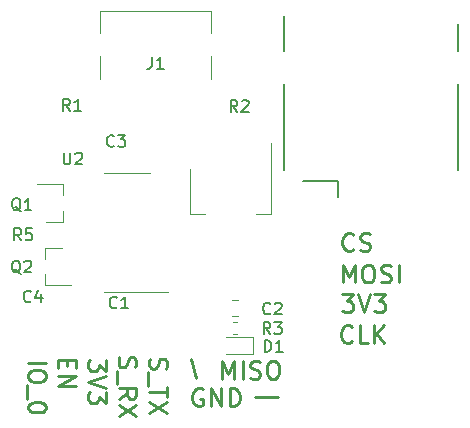
<source format=gto>
G04 #@! TF.GenerationSoftware,KiCad,Pcbnew,5.1.5+dfsg1-2build2*
G04 #@! TF.CreationDate,2021-12-02T15:55:02+01:00*
G04 #@! TF.ProjectId,Daugter_board,44617567-7465-4725-9f62-6f6172642e6b,rev?*
G04 #@! TF.SameCoordinates,Original*
G04 #@! TF.FileFunction,Legend,Top*
G04 #@! TF.FilePolarity,Positive*
%FSLAX46Y46*%
G04 Gerber Fmt 4.6, Leading zero omitted, Abs format (unit mm)*
G04 Created by KiCad (PCBNEW 5.1.5+dfsg1-2build2) date 2021-12-02 15:55:02*
%MOMM*%
%LPD*%
G04 APERTURE LIST*
%ADD10C,0.250000*%
%ADD11C,0.150000*%
%ADD12C,0.120000*%
%ADD13C,0.100000*%
%ADD14R,1.302000X2.302000*%
%ADD15R,1.702000X1.502000*%
%ADD16R,1.302000X1.502000*%
%ADD17R,0.802000X1.702000*%
%ADD18O,1.802000X1.802000*%
%ADD19R,1.802000X1.802000*%
%ADD20R,1.602000X2.102000*%
%ADD21R,3.902000X2.102000*%
%ADD22O,1.102000X1.702000*%
%ADD23C,0.752000*%
%ADD24O,1.102000X2.202000*%
%ADD25R,0.402000X1.552000*%
%ADD26R,0.702000X1.552000*%
%ADD27R,1.002000X0.902000*%
G04 APERTURE END LIST*
D10*
X149850000Y-116740000D02*
X151790000Y-116740000D01*
X144820000Y-115110000D02*
X144400000Y-113520000D01*
X158180000Y-104235714D02*
X158108571Y-104307142D01*
X157894285Y-104378571D01*
X157751428Y-104378571D01*
X157537142Y-104307142D01*
X157394285Y-104164285D01*
X157322857Y-104021428D01*
X157251428Y-103735714D01*
X157251428Y-103521428D01*
X157322857Y-103235714D01*
X157394285Y-103092857D01*
X157537142Y-102950000D01*
X157751428Y-102878571D01*
X157894285Y-102878571D01*
X158108571Y-102950000D01*
X158180000Y-103021428D01*
X158751428Y-104307142D02*
X158965714Y-104378571D01*
X159322857Y-104378571D01*
X159465714Y-104307142D01*
X159537142Y-104235714D01*
X159608571Y-104092857D01*
X159608571Y-103950000D01*
X159537142Y-103807142D01*
X159465714Y-103735714D01*
X159322857Y-103664285D01*
X159037142Y-103592857D01*
X158894285Y-103521428D01*
X158822857Y-103450000D01*
X158751428Y-103307142D01*
X158751428Y-103164285D01*
X158822857Y-103021428D01*
X158894285Y-102950000D01*
X159037142Y-102878571D01*
X159394285Y-102878571D01*
X159608571Y-102950000D01*
X157302857Y-107038571D02*
X157302857Y-105538571D01*
X157802857Y-106610000D01*
X158302857Y-105538571D01*
X158302857Y-107038571D01*
X159302857Y-105538571D02*
X159588571Y-105538571D01*
X159731428Y-105610000D01*
X159874285Y-105752857D01*
X159945714Y-106038571D01*
X159945714Y-106538571D01*
X159874285Y-106824285D01*
X159731428Y-106967142D01*
X159588571Y-107038571D01*
X159302857Y-107038571D01*
X159160000Y-106967142D01*
X159017142Y-106824285D01*
X158945714Y-106538571D01*
X158945714Y-106038571D01*
X159017142Y-105752857D01*
X159160000Y-105610000D01*
X159302857Y-105538571D01*
X160517142Y-106967142D02*
X160731428Y-107038571D01*
X161088571Y-107038571D01*
X161231428Y-106967142D01*
X161302857Y-106895714D01*
X161374285Y-106752857D01*
X161374285Y-106610000D01*
X161302857Y-106467142D01*
X161231428Y-106395714D01*
X161088571Y-106324285D01*
X160802857Y-106252857D01*
X160660000Y-106181428D01*
X160588571Y-106110000D01*
X160517142Y-105967142D01*
X160517142Y-105824285D01*
X160588571Y-105681428D01*
X160660000Y-105610000D01*
X160802857Y-105538571D01*
X161160000Y-105538571D01*
X161374285Y-105610000D01*
X162017142Y-107038571D02*
X162017142Y-105538571D01*
X157212857Y-108058571D02*
X158141428Y-108058571D01*
X157641428Y-108630000D01*
X157855714Y-108630000D01*
X157998571Y-108701428D01*
X158070000Y-108772857D01*
X158141428Y-108915714D01*
X158141428Y-109272857D01*
X158070000Y-109415714D01*
X157998571Y-109487142D01*
X157855714Y-109558571D01*
X157427142Y-109558571D01*
X157284285Y-109487142D01*
X157212857Y-109415714D01*
X158570000Y-108058571D02*
X159070000Y-109558571D01*
X159570000Y-108058571D01*
X159927142Y-108058571D02*
X160855714Y-108058571D01*
X160355714Y-108630000D01*
X160570000Y-108630000D01*
X160712857Y-108701428D01*
X160784285Y-108772857D01*
X160855714Y-108915714D01*
X160855714Y-109272857D01*
X160784285Y-109415714D01*
X160712857Y-109487142D01*
X160570000Y-109558571D01*
X160141428Y-109558571D01*
X159998571Y-109487142D01*
X159927142Y-109415714D01*
X158057142Y-112035714D02*
X157985714Y-112107142D01*
X157771428Y-112178571D01*
X157628571Y-112178571D01*
X157414285Y-112107142D01*
X157271428Y-111964285D01*
X157200000Y-111821428D01*
X157128571Y-111535714D01*
X157128571Y-111321428D01*
X157200000Y-111035714D01*
X157271428Y-110892857D01*
X157414285Y-110750000D01*
X157628571Y-110678571D01*
X157771428Y-110678571D01*
X157985714Y-110750000D01*
X158057142Y-110821428D01*
X159414285Y-112178571D02*
X158700000Y-112178571D01*
X158700000Y-110678571D01*
X159914285Y-112178571D02*
X159914285Y-110678571D01*
X160771428Y-112178571D02*
X160128571Y-111321428D01*
X160771428Y-110678571D02*
X159914285Y-111535714D01*
X147082857Y-115178571D02*
X147082857Y-113678571D01*
X147582857Y-114750000D01*
X148082857Y-113678571D01*
X148082857Y-115178571D01*
X148797142Y-115178571D02*
X148797142Y-113678571D01*
X149440000Y-115107142D02*
X149654285Y-115178571D01*
X150011428Y-115178571D01*
X150154285Y-115107142D01*
X150225714Y-115035714D01*
X150297142Y-114892857D01*
X150297142Y-114750000D01*
X150225714Y-114607142D01*
X150154285Y-114535714D01*
X150011428Y-114464285D01*
X149725714Y-114392857D01*
X149582857Y-114321428D01*
X149511428Y-114250000D01*
X149440000Y-114107142D01*
X149440000Y-113964285D01*
X149511428Y-113821428D01*
X149582857Y-113750000D01*
X149725714Y-113678571D01*
X150082857Y-113678571D01*
X150297142Y-113750000D01*
X151225714Y-113678571D02*
X151511428Y-113678571D01*
X151654285Y-113750000D01*
X151797142Y-113892857D01*
X151868571Y-114178571D01*
X151868571Y-114678571D01*
X151797142Y-114964285D01*
X151654285Y-115107142D01*
X151511428Y-115178571D01*
X151225714Y-115178571D01*
X151082857Y-115107142D01*
X150940000Y-114964285D01*
X150868571Y-114678571D01*
X150868571Y-114178571D01*
X150940000Y-113892857D01*
X151082857Y-113750000D01*
X151225714Y-113678571D01*
X130651428Y-113828571D02*
X132151428Y-113828571D01*
X132151428Y-114828571D02*
X132151428Y-115114285D01*
X132080000Y-115257142D01*
X131937142Y-115400000D01*
X131651428Y-115471428D01*
X131151428Y-115471428D01*
X130865714Y-115400000D01*
X130722857Y-115257142D01*
X130651428Y-115114285D01*
X130651428Y-114828571D01*
X130722857Y-114685714D01*
X130865714Y-114542857D01*
X131151428Y-114471428D01*
X131651428Y-114471428D01*
X131937142Y-114542857D01*
X132080000Y-114685714D01*
X132151428Y-114828571D01*
X130508571Y-115757142D02*
X130508571Y-116900000D01*
X132151428Y-117542857D02*
X132151428Y-117685714D01*
X132080000Y-117828571D01*
X132008571Y-117900000D01*
X131865714Y-117971428D01*
X131580000Y-118042857D01*
X131222857Y-118042857D01*
X130937142Y-117971428D01*
X130794285Y-117900000D01*
X130722857Y-117828571D01*
X130651428Y-117685714D01*
X130651428Y-117542857D01*
X130722857Y-117400000D01*
X130794285Y-117328571D01*
X130937142Y-117257142D01*
X131222857Y-117185714D01*
X131580000Y-117185714D01*
X131865714Y-117257142D01*
X132008571Y-117328571D01*
X132080000Y-117400000D01*
X132151428Y-117542857D01*
X133967142Y-113602857D02*
X133967142Y-114102857D01*
X133181428Y-114317142D02*
X133181428Y-113602857D01*
X134681428Y-113602857D01*
X134681428Y-114317142D01*
X133181428Y-114960000D02*
X134681428Y-114960000D01*
X133181428Y-115817142D01*
X134681428Y-115817142D01*
X137211428Y-113582857D02*
X137211428Y-114511428D01*
X136640000Y-114011428D01*
X136640000Y-114225714D01*
X136568571Y-114368571D01*
X136497142Y-114440000D01*
X136354285Y-114511428D01*
X135997142Y-114511428D01*
X135854285Y-114440000D01*
X135782857Y-114368571D01*
X135711428Y-114225714D01*
X135711428Y-113797142D01*
X135782857Y-113654285D01*
X135854285Y-113582857D01*
X137211428Y-114940000D02*
X135711428Y-115440000D01*
X137211428Y-115940000D01*
X137211428Y-116297142D02*
X137211428Y-117225714D01*
X136640000Y-116725714D01*
X136640000Y-116940000D01*
X136568571Y-117082857D01*
X136497142Y-117154285D01*
X136354285Y-117225714D01*
X135997142Y-117225714D01*
X135854285Y-117154285D01*
X135782857Y-117082857D01*
X135711428Y-116940000D01*
X135711428Y-116511428D01*
X135782857Y-116368571D01*
X135854285Y-116297142D01*
X140972857Y-113484285D02*
X140901428Y-113698571D01*
X140901428Y-114055714D01*
X140972857Y-114198571D01*
X141044285Y-114270000D01*
X141187142Y-114341428D01*
X141330000Y-114341428D01*
X141472857Y-114270000D01*
X141544285Y-114198571D01*
X141615714Y-114055714D01*
X141687142Y-113770000D01*
X141758571Y-113627142D01*
X141830000Y-113555714D01*
X141972857Y-113484285D01*
X142115714Y-113484285D01*
X142258571Y-113555714D01*
X142330000Y-113627142D01*
X142401428Y-113770000D01*
X142401428Y-114127142D01*
X142330000Y-114341428D01*
X140758571Y-114627142D02*
X140758571Y-115770000D01*
X142401428Y-115912857D02*
X142401428Y-116770000D01*
X140901428Y-116341428D02*
X142401428Y-116341428D01*
X142401428Y-117127142D02*
X140901428Y-118127142D01*
X142401428Y-118127142D02*
X140901428Y-117127142D01*
X138362857Y-113375714D02*
X138291428Y-113590000D01*
X138291428Y-113947142D01*
X138362857Y-114090000D01*
X138434285Y-114161428D01*
X138577142Y-114232857D01*
X138720000Y-114232857D01*
X138862857Y-114161428D01*
X138934285Y-114090000D01*
X139005714Y-113947142D01*
X139077142Y-113661428D01*
X139148571Y-113518571D01*
X139220000Y-113447142D01*
X139362857Y-113375714D01*
X139505714Y-113375714D01*
X139648571Y-113447142D01*
X139720000Y-113518571D01*
X139791428Y-113661428D01*
X139791428Y-114018571D01*
X139720000Y-114232857D01*
X138148571Y-114518571D02*
X138148571Y-115661428D01*
X138291428Y-116875714D02*
X139005714Y-116375714D01*
X138291428Y-116018571D02*
X139791428Y-116018571D01*
X139791428Y-116590000D01*
X139720000Y-116732857D01*
X139648571Y-116804285D01*
X139505714Y-116875714D01*
X139291428Y-116875714D01*
X139148571Y-116804285D01*
X139077142Y-116732857D01*
X139005714Y-116590000D01*
X139005714Y-116018571D01*
X139791428Y-117375714D02*
X138291428Y-118375714D01*
X139791428Y-118375714D02*
X138291428Y-117375714D01*
X145407142Y-116090000D02*
X145264285Y-116018571D01*
X145050000Y-116018571D01*
X144835714Y-116090000D01*
X144692857Y-116232857D01*
X144621428Y-116375714D01*
X144550000Y-116661428D01*
X144550000Y-116875714D01*
X144621428Y-117161428D01*
X144692857Y-117304285D01*
X144835714Y-117447142D01*
X145050000Y-117518571D01*
X145192857Y-117518571D01*
X145407142Y-117447142D01*
X145478571Y-117375714D01*
X145478571Y-116875714D01*
X145192857Y-116875714D01*
X146121428Y-117518571D02*
X146121428Y-116018571D01*
X146978571Y-117518571D01*
X146978571Y-116018571D01*
X147692857Y-117518571D02*
X147692857Y-116018571D01*
X148050000Y-116018571D01*
X148264285Y-116090000D01*
X148407142Y-116232857D01*
X148478571Y-116375714D01*
X148550000Y-116661428D01*
X148550000Y-116875714D01*
X148478571Y-117161428D01*
X148407142Y-117304285D01*
X148264285Y-117447142D01*
X148050000Y-117518571D01*
X147692857Y-117518571D01*
D11*
X156880000Y-98480000D02*
X153880000Y-98480000D01*
X152330000Y-97480000D02*
X152330000Y-90280000D01*
X152330000Y-84480000D02*
X152330000Y-87480000D01*
X167030000Y-87480000D02*
X167030000Y-85180000D01*
X167030000Y-90280000D02*
X167030000Y-97480000D01*
X156880000Y-98480000D02*
X156880000Y-99780000D01*
D12*
X151170000Y-95220000D02*
X151170000Y-101230000D01*
X144350000Y-97470000D02*
X144350000Y-101230000D01*
X151170000Y-101230000D02*
X149910000Y-101230000D01*
X144350000Y-101230000D02*
X145610000Y-101230000D01*
X148009721Y-111400000D02*
X148335279Y-111400000D01*
X148009721Y-110380000D02*
X148335279Y-110380000D01*
X149665000Y-111635000D02*
X147380000Y-111635000D01*
X149665000Y-113105000D02*
X149665000Y-111635000D01*
X147380000Y-113105000D02*
X149665000Y-113105000D01*
X146120000Y-85955000D02*
X146120000Y-84055000D01*
X146120000Y-89855000D02*
X146120000Y-87855000D01*
X136720000Y-85955000D02*
X136720000Y-84055000D01*
X136720000Y-89855000D02*
X136720000Y-87855000D01*
X146120000Y-84055000D02*
X136720000Y-84055000D01*
X138990000Y-107880000D02*
X142440000Y-107880000D01*
X138990000Y-107880000D02*
X137040000Y-107880000D01*
X138990000Y-97760000D02*
X140940000Y-97760000D01*
X138990000Y-97760000D02*
X137040000Y-97760000D01*
X132070000Y-104110000D02*
X133530000Y-104110000D01*
X132070000Y-107270000D02*
X134230000Y-107270000D01*
X132070000Y-107270000D02*
X132070000Y-106340000D01*
X132070000Y-104110000D02*
X132070000Y-105040000D01*
X133590000Y-101900000D02*
X132130000Y-101900000D01*
X133590000Y-98740000D02*
X131430000Y-98740000D01*
X133590000Y-98740000D02*
X133590000Y-99670000D01*
X133590000Y-101900000D02*
X133590000Y-100970000D01*
X147873922Y-109920000D02*
X148391078Y-109920000D01*
X147873922Y-108500000D02*
X148391078Y-108500000D01*
D11*
X151143333Y-111412380D02*
X150810000Y-110936190D01*
X150571904Y-111412380D02*
X150571904Y-110412380D01*
X150952857Y-110412380D01*
X151048095Y-110460000D01*
X151095714Y-110507619D01*
X151143333Y-110602857D01*
X151143333Y-110745714D01*
X151095714Y-110840952D01*
X151048095Y-110888571D01*
X150952857Y-110936190D01*
X150571904Y-110936190D01*
X151476666Y-110412380D02*
X152095714Y-110412380D01*
X151762380Y-110793333D01*
X151905238Y-110793333D01*
X152000476Y-110840952D01*
X152048095Y-110888571D01*
X152095714Y-110983809D01*
X152095714Y-111221904D01*
X152048095Y-111317142D01*
X152000476Y-111364761D01*
X151905238Y-111412380D01*
X151619523Y-111412380D01*
X151524285Y-111364761D01*
X151476666Y-111317142D01*
X150661904Y-112922380D02*
X150661904Y-111922380D01*
X150900000Y-111922380D01*
X151042857Y-111970000D01*
X151138095Y-112065238D01*
X151185714Y-112160476D01*
X151233333Y-112350952D01*
X151233333Y-112493809D01*
X151185714Y-112684285D01*
X151138095Y-112779523D01*
X151042857Y-112874761D01*
X150900000Y-112922380D01*
X150661904Y-112922380D01*
X152185714Y-112922380D02*
X151614285Y-112922380D01*
X151900000Y-112922380D02*
X151900000Y-111922380D01*
X151804761Y-112065238D01*
X151709523Y-112160476D01*
X151614285Y-112208095D01*
X141121667Y-87962381D02*
X141121667Y-88676667D01*
X141074048Y-88819524D01*
X140978810Y-88914762D01*
X140835953Y-88962381D01*
X140740715Y-88962381D01*
X142121667Y-88962381D02*
X141550239Y-88962381D01*
X141835953Y-88962381D02*
X141835953Y-87962381D01*
X141740715Y-88105239D01*
X141645477Y-88200477D01*
X141550239Y-88248096D01*
X137903333Y-95457142D02*
X137855714Y-95504761D01*
X137712857Y-95552380D01*
X137617619Y-95552380D01*
X137474761Y-95504761D01*
X137379523Y-95409523D01*
X137331904Y-95314285D01*
X137284285Y-95123809D01*
X137284285Y-94980952D01*
X137331904Y-94790476D01*
X137379523Y-94695238D01*
X137474761Y-94600000D01*
X137617619Y-94552380D01*
X137712857Y-94552380D01*
X137855714Y-94600000D01*
X137903333Y-94647619D01*
X138236666Y-94552380D02*
X138855714Y-94552380D01*
X138522380Y-94933333D01*
X138665238Y-94933333D01*
X138760476Y-94980952D01*
X138808095Y-95028571D01*
X138855714Y-95123809D01*
X138855714Y-95361904D01*
X138808095Y-95457142D01*
X138760476Y-95504761D01*
X138665238Y-95552380D01*
X138379523Y-95552380D01*
X138284285Y-95504761D01*
X138236666Y-95457142D01*
X133638095Y-96052380D02*
X133638095Y-96861904D01*
X133685714Y-96957142D01*
X133733333Y-97004761D01*
X133828571Y-97052380D01*
X134019047Y-97052380D01*
X134114285Y-97004761D01*
X134161904Y-96957142D01*
X134209523Y-96861904D01*
X134209523Y-96052380D01*
X134638095Y-96147619D02*
X134685714Y-96100000D01*
X134780952Y-96052380D01*
X135019047Y-96052380D01*
X135114285Y-96100000D01*
X135161904Y-96147619D01*
X135209523Y-96242857D01*
X135209523Y-96338095D01*
X135161904Y-96480952D01*
X134590476Y-97052380D01*
X135209523Y-97052380D01*
X130053333Y-103472380D02*
X129720000Y-102996190D01*
X129481904Y-103472380D02*
X129481904Y-102472380D01*
X129862857Y-102472380D01*
X129958095Y-102520000D01*
X130005714Y-102567619D01*
X130053333Y-102662857D01*
X130053333Y-102805714D01*
X130005714Y-102900952D01*
X129958095Y-102948571D01*
X129862857Y-102996190D01*
X129481904Y-102996190D01*
X130958095Y-102472380D02*
X130481904Y-102472380D01*
X130434285Y-102948571D01*
X130481904Y-102900952D01*
X130577142Y-102853333D01*
X130815238Y-102853333D01*
X130910476Y-102900952D01*
X130958095Y-102948571D01*
X131005714Y-103043809D01*
X131005714Y-103281904D01*
X130958095Y-103377142D01*
X130910476Y-103424761D01*
X130815238Y-103472380D01*
X130577142Y-103472380D01*
X130481904Y-103424761D01*
X130434285Y-103377142D01*
X148353333Y-92602380D02*
X148020000Y-92126190D01*
X147781904Y-92602380D02*
X147781904Y-91602380D01*
X148162857Y-91602380D01*
X148258095Y-91650000D01*
X148305714Y-91697619D01*
X148353333Y-91792857D01*
X148353333Y-91935714D01*
X148305714Y-92030952D01*
X148258095Y-92078571D01*
X148162857Y-92126190D01*
X147781904Y-92126190D01*
X148734285Y-91697619D02*
X148781904Y-91650000D01*
X148877142Y-91602380D01*
X149115238Y-91602380D01*
X149210476Y-91650000D01*
X149258095Y-91697619D01*
X149305714Y-91792857D01*
X149305714Y-91888095D01*
X149258095Y-92030952D01*
X148686666Y-92602380D01*
X149305714Y-92602380D01*
X134163333Y-92512380D02*
X133830000Y-92036190D01*
X133591904Y-92512380D02*
X133591904Y-91512380D01*
X133972857Y-91512380D01*
X134068095Y-91560000D01*
X134115714Y-91607619D01*
X134163333Y-91702857D01*
X134163333Y-91845714D01*
X134115714Y-91940952D01*
X134068095Y-91988571D01*
X133972857Y-92036190D01*
X133591904Y-92036190D01*
X135115714Y-92512380D02*
X134544285Y-92512380D01*
X134830000Y-92512380D02*
X134830000Y-91512380D01*
X134734761Y-91655238D01*
X134639523Y-91750476D01*
X134544285Y-91798095D01*
X129994761Y-106287619D02*
X129899523Y-106240000D01*
X129804285Y-106144761D01*
X129661428Y-106001904D01*
X129566190Y-105954285D01*
X129470952Y-105954285D01*
X129518571Y-106192380D02*
X129423333Y-106144761D01*
X129328095Y-106049523D01*
X129280476Y-105859047D01*
X129280476Y-105525714D01*
X129328095Y-105335238D01*
X129423333Y-105240000D01*
X129518571Y-105192380D01*
X129709047Y-105192380D01*
X129804285Y-105240000D01*
X129899523Y-105335238D01*
X129947142Y-105525714D01*
X129947142Y-105859047D01*
X129899523Y-106049523D01*
X129804285Y-106144761D01*
X129709047Y-106192380D01*
X129518571Y-106192380D01*
X130328095Y-105287619D02*
X130375714Y-105240000D01*
X130470952Y-105192380D01*
X130709047Y-105192380D01*
X130804285Y-105240000D01*
X130851904Y-105287619D01*
X130899523Y-105382857D01*
X130899523Y-105478095D01*
X130851904Y-105620952D01*
X130280476Y-106192380D01*
X130899523Y-106192380D01*
X130014761Y-101017619D02*
X129919523Y-100970000D01*
X129824285Y-100874761D01*
X129681428Y-100731904D01*
X129586190Y-100684285D01*
X129490952Y-100684285D01*
X129538571Y-100922380D02*
X129443333Y-100874761D01*
X129348095Y-100779523D01*
X129300476Y-100589047D01*
X129300476Y-100255714D01*
X129348095Y-100065238D01*
X129443333Y-99970000D01*
X129538571Y-99922380D01*
X129729047Y-99922380D01*
X129824285Y-99970000D01*
X129919523Y-100065238D01*
X129967142Y-100255714D01*
X129967142Y-100589047D01*
X129919523Y-100779523D01*
X129824285Y-100874761D01*
X129729047Y-100922380D01*
X129538571Y-100922380D01*
X130919523Y-100922380D02*
X130348095Y-100922380D01*
X130633809Y-100922380D02*
X130633809Y-99922380D01*
X130538571Y-100065238D01*
X130443333Y-100160476D01*
X130348095Y-100208095D01*
X130873333Y-108627142D02*
X130825714Y-108674761D01*
X130682857Y-108722380D01*
X130587619Y-108722380D01*
X130444761Y-108674761D01*
X130349523Y-108579523D01*
X130301904Y-108484285D01*
X130254285Y-108293809D01*
X130254285Y-108150952D01*
X130301904Y-107960476D01*
X130349523Y-107865238D01*
X130444761Y-107770000D01*
X130587619Y-107722380D01*
X130682857Y-107722380D01*
X130825714Y-107770000D01*
X130873333Y-107817619D01*
X131730476Y-108055714D02*
X131730476Y-108722380D01*
X131492380Y-107674761D02*
X131254285Y-108389047D01*
X131873333Y-108389047D01*
X138153333Y-109147142D02*
X138105714Y-109194761D01*
X137962857Y-109242380D01*
X137867619Y-109242380D01*
X137724761Y-109194761D01*
X137629523Y-109099523D01*
X137581904Y-109004285D01*
X137534285Y-108813809D01*
X137534285Y-108670952D01*
X137581904Y-108480476D01*
X137629523Y-108385238D01*
X137724761Y-108290000D01*
X137867619Y-108242380D01*
X137962857Y-108242380D01*
X138105714Y-108290000D01*
X138153333Y-108337619D01*
X139105714Y-109242380D02*
X138534285Y-109242380D01*
X138820000Y-109242380D02*
X138820000Y-108242380D01*
X138724761Y-108385238D01*
X138629523Y-108480476D01*
X138534285Y-108528095D01*
X151143333Y-109647142D02*
X151095714Y-109694761D01*
X150952857Y-109742380D01*
X150857619Y-109742380D01*
X150714761Y-109694761D01*
X150619523Y-109599523D01*
X150571904Y-109504285D01*
X150524285Y-109313809D01*
X150524285Y-109170952D01*
X150571904Y-108980476D01*
X150619523Y-108885238D01*
X150714761Y-108790000D01*
X150857619Y-108742380D01*
X150952857Y-108742380D01*
X151095714Y-108790000D01*
X151143333Y-108837619D01*
X151524285Y-108837619D02*
X151571904Y-108790000D01*
X151667142Y-108742380D01*
X151905238Y-108742380D01*
X152000476Y-108790000D01*
X152048095Y-108837619D01*
X152095714Y-108932857D01*
X152095714Y-109028095D01*
X152048095Y-109170952D01*
X151476666Y-109742380D01*
X152095714Y-109742380D01*
%LPC*%
D13*
G36*
X150063187Y-101346897D02*
G01*
X150072077Y-103884350D01*
X145377377Y-103889430D01*
X145365947Y-101346897D01*
X144134068Y-101345864D01*
X144132913Y-108157903D01*
X151350422Y-108160000D01*
X151349701Y-101346897D01*
X150063187Y-101346897D01*
G37*
X150063187Y-101346897D02*
X150072077Y-103884350D01*
X145377377Y-103889430D01*
X145365947Y-101346897D01*
X144134068Y-101345864D01*
X144132913Y-108157903D01*
X151350422Y-108160000D01*
X151349701Y-101346897D01*
X150063187Y-101346897D01*
D14*
X151930000Y-88880000D03*
X167430000Y-88880000D03*
D15*
X152830000Y-98480000D03*
D16*
X167430000Y-98480000D03*
D17*
X166280000Y-98980000D03*
X164080000Y-98980000D03*
X165180000Y-98980000D03*
X162980000Y-98980000D03*
X161880000Y-98980000D03*
X160780000Y-98980000D03*
X157480000Y-98980000D03*
X158580000Y-98980000D03*
X159680000Y-98980000D03*
D18*
X154310000Y-116610000D03*
X154310000Y-114070000D03*
X154310000Y-111530000D03*
X154310000Y-108990000D03*
X154310000Y-106450000D03*
D19*
X154310000Y-103910000D03*
D18*
X144080000Y-111500000D03*
X141540000Y-111500000D03*
X139000000Y-111500000D03*
X136460000Y-111500000D03*
X133920000Y-111500000D03*
D19*
X131380000Y-111500000D03*
D20*
X150060000Y-96170000D03*
X145460000Y-96170000D03*
X147760000Y-96170000D03*
D21*
X147760000Y-102470000D03*
D13*
G36*
X149228191Y-110365176D02*
G01*
X149251901Y-110368693D01*
X149275152Y-110374517D01*
X149297720Y-110382592D01*
X149319389Y-110392841D01*
X149339948Y-110405164D01*
X149359201Y-110419442D01*
X149376961Y-110435539D01*
X149393058Y-110453299D01*
X149407336Y-110472552D01*
X149419659Y-110493111D01*
X149429908Y-110514780D01*
X149437983Y-110537348D01*
X149443807Y-110560599D01*
X149447324Y-110584309D01*
X149448500Y-110608250D01*
X149448500Y-111171750D01*
X149447324Y-111195691D01*
X149443807Y-111219401D01*
X149437983Y-111242652D01*
X149429908Y-111265220D01*
X149419659Y-111286889D01*
X149407336Y-111307448D01*
X149393058Y-111326701D01*
X149376961Y-111344461D01*
X149359201Y-111360558D01*
X149339948Y-111374836D01*
X149319389Y-111387159D01*
X149297720Y-111397408D01*
X149275152Y-111405483D01*
X149251901Y-111411307D01*
X149228191Y-111414824D01*
X149204250Y-111416000D01*
X148715750Y-111416000D01*
X148691809Y-111414824D01*
X148668099Y-111411307D01*
X148644848Y-111405483D01*
X148622280Y-111397408D01*
X148600611Y-111387159D01*
X148580052Y-111374836D01*
X148560799Y-111360558D01*
X148543039Y-111344461D01*
X148526942Y-111326701D01*
X148512664Y-111307448D01*
X148500341Y-111286889D01*
X148490092Y-111265220D01*
X148482017Y-111242652D01*
X148476193Y-111219401D01*
X148472676Y-111195691D01*
X148471500Y-111171750D01*
X148471500Y-110608250D01*
X148472676Y-110584309D01*
X148476193Y-110560599D01*
X148482017Y-110537348D01*
X148490092Y-110514780D01*
X148500341Y-110493111D01*
X148512664Y-110472552D01*
X148526942Y-110453299D01*
X148543039Y-110435539D01*
X148560799Y-110419442D01*
X148580052Y-110405164D01*
X148600611Y-110392841D01*
X148622280Y-110382592D01*
X148644848Y-110374517D01*
X148668099Y-110368693D01*
X148691809Y-110365176D01*
X148715750Y-110364000D01*
X149204250Y-110364000D01*
X149228191Y-110365176D01*
G37*
G36*
X147653191Y-110365176D02*
G01*
X147676901Y-110368693D01*
X147700152Y-110374517D01*
X147722720Y-110382592D01*
X147744389Y-110392841D01*
X147764948Y-110405164D01*
X147784201Y-110419442D01*
X147801961Y-110435539D01*
X147818058Y-110453299D01*
X147832336Y-110472552D01*
X147844659Y-110493111D01*
X147854908Y-110514780D01*
X147862983Y-110537348D01*
X147868807Y-110560599D01*
X147872324Y-110584309D01*
X147873500Y-110608250D01*
X147873500Y-111171750D01*
X147872324Y-111195691D01*
X147868807Y-111219401D01*
X147862983Y-111242652D01*
X147854908Y-111265220D01*
X147844659Y-111286889D01*
X147832336Y-111307448D01*
X147818058Y-111326701D01*
X147801961Y-111344461D01*
X147784201Y-111360558D01*
X147764948Y-111374836D01*
X147744389Y-111387159D01*
X147722720Y-111397408D01*
X147700152Y-111405483D01*
X147676901Y-111411307D01*
X147653191Y-111414824D01*
X147629250Y-111416000D01*
X147140750Y-111416000D01*
X147116809Y-111414824D01*
X147093099Y-111411307D01*
X147069848Y-111405483D01*
X147047280Y-111397408D01*
X147025611Y-111387159D01*
X147005052Y-111374836D01*
X146985799Y-111360558D01*
X146968039Y-111344461D01*
X146951942Y-111326701D01*
X146937664Y-111307448D01*
X146925341Y-111286889D01*
X146915092Y-111265220D01*
X146907017Y-111242652D01*
X146901193Y-111219401D01*
X146897676Y-111195691D01*
X146896500Y-111171750D01*
X146896500Y-110608250D01*
X146897676Y-110584309D01*
X146901193Y-110560599D01*
X146907017Y-110537348D01*
X146915092Y-110514780D01*
X146925341Y-110493111D01*
X146937664Y-110472552D01*
X146951942Y-110453299D01*
X146968039Y-110435539D01*
X146985799Y-110419442D01*
X147005052Y-110405164D01*
X147025611Y-110392841D01*
X147047280Y-110382592D01*
X147069848Y-110374517D01*
X147093099Y-110368693D01*
X147116809Y-110365176D01*
X147140750Y-110364000D01*
X147629250Y-110364000D01*
X147653191Y-110365176D01*
G37*
G36*
X147660691Y-111845176D02*
G01*
X147684401Y-111848693D01*
X147707652Y-111854517D01*
X147730220Y-111862592D01*
X147751889Y-111872841D01*
X147772448Y-111885164D01*
X147791701Y-111899442D01*
X147809461Y-111915539D01*
X147825558Y-111933299D01*
X147839836Y-111952552D01*
X147852159Y-111973111D01*
X147862408Y-111994780D01*
X147870483Y-112017348D01*
X147876307Y-112040599D01*
X147879824Y-112064309D01*
X147881000Y-112088250D01*
X147881000Y-112651750D01*
X147879824Y-112675691D01*
X147876307Y-112699401D01*
X147870483Y-112722652D01*
X147862408Y-112745220D01*
X147852159Y-112766889D01*
X147839836Y-112787448D01*
X147825558Y-112806701D01*
X147809461Y-112824461D01*
X147791701Y-112840558D01*
X147772448Y-112854836D01*
X147751889Y-112867159D01*
X147730220Y-112877408D01*
X147707652Y-112885483D01*
X147684401Y-112891307D01*
X147660691Y-112894824D01*
X147636750Y-112896000D01*
X147148250Y-112896000D01*
X147124309Y-112894824D01*
X147100599Y-112891307D01*
X147077348Y-112885483D01*
X147054780Y-112877408D01*
X147033111Y-112867159D01*
X147012552Y-112854836D01*
X146993299Y-112840558D01*
X146975539Y-112824461D01*
X146959442Y-112806701D01*
X146945164Y-112787448D01*
X146932841Y-112766889D01*
X146922592Y-112745220D01*
X146914517Y-112722652D01*
X146908693Y-112699401D01*
X146905176Y-112675691D01*
X146904000Y-112651750D01*
X146904000Y-112088250D01*
X146905176Y-112064309D01*
X146908693Y-112040599D01*
X146914517Y-112017348D01*
X146922592Y-111994780D01*
X146932841Y-111973111D01*
X146945164Y-111952552D01*
X146959442Y-111933299D01*
X146975539Y-111915539D01*
X146993299Y-111899442D01*
X147012552Y-111885164D01*
X147033111Y-111872841D01*
X147054780Y-111862592D01*
X147077348Y-111854517D01*
X147100599Y-111848693D01*
X147124309Y-111845176D01*
X147148250Y-111844000D01*
X147636750Y-111844000D01*
X147660691Y-111845176D01*
G37*
G36*
X149235691Y-111845176D02*
G01*
X149259401Y-111848693D01*
X149282652Y-111854517D01*
X149305220Y-111862592D01*
X149326889Y-111872841D01*
X149347448Y-111885164D01*
X149366701Y-111899442D01*
X149384461Y-111915539D01*
X149400558Y-111933299D01*
X149414836Y-111952552D01*
X149427159Y-111973111D01*
X149437408Y-111994780D01*
X149445483Y-112017348D01*
X149451307Y-112040599D01*
X149454824Y-112064309D01*
X149456000Y-112088250D01*
X149456000Y-112651750D01*
X149454824Y-112675691D01*
X149451307Y-112699401D01*
X149445483Y-112722652D01*
X149437408Y-112745220D01*
X149427159Y-112766889D01*
X149414836Y-112787448D01*
X149400558Y-112806701D01*
X149384461Y-112824461D01*
X149366701Y-112840558D01*
X149347448Y-112854836D01*
X149326889Y-112867159D01*
X149305220Y-112877408D01*
X149282652Y-112885483D01*
X149259401Y-112891307D01*
X149235691Y-112894824D01*
X149211750Y-112896000D01*
X148723250Y-112896000D01*
X148699309Y-112894824D01*
X148675599Y-112891307D01*
X148652348Y-112885483D01*
X148629780Y-112877408D01*
X148608111Y-112867159D01*
X148587552Y-112854836D01*
X148568299Y-112840558D01*
X148550539Y-112824461D01*
X148534442Y-112806701D01*
X148520164Y-112787448D01*
X148507841Y-112766889D01*
X148497592Y-112745220D01*
X148489517Y-112722652D01*
X148483693Y-112699401D01*
X148480176Y-112675691D01*
X148479000Y-112651750D01*
X148479000Y-112088250D01*
X148480176Y-112064309D01*
X148483693Y-112040599D01*
X148489517Y-112017348D01*
X148497592Y-111994780D01*
X148507841Y-111973111D01*
X148520164Y-111952552D01*
X148534442Y-111933299D01*
X148550539Y-111915539D01*
X148568299Y-111899442D01*
X148587552Y-111885164D01*
X148608111Y-111872841D01*
X148629780Y-111862592D01*
X148652348Y-111854517D01*
X148675599Y-111848693D01*
X148699309Y-111845176D01*
X148723250Y-111844000D01*
X149211750Y-111844000D01*
X149235691Y-111845176D01*
G37*
D22*
X137100000Y-86905000D03*
D23*
X138530000Y-90555000D03*
D22*
X145740000Y-86905000D03*
D23*
X144310000Y-90555000D03*
D24*
X145740000Y-91085000D03*
X137100000Y-91085000D03*
D25*
X141670000Y-92000000D03*
X139670000Y-92000000D03*
X140170000Y-92000000D03*
X140670000Y-92000000D03*
X141170000Y-92000000D03*
X142170000Y-92000000D03*
X142670000Y-92000000D03*
X143170000Y-92000000D03*
D26*
X138170000Y-92000000D03*
X138970000Y-92000000D03*
X143870000Y-92000000D03*
X144670000Y-92000000D03*
X144670000Y-92000000D03*
X143870000Y-92000000D03*
X138970000Y-92000000D03*
X138170000Y-92000000D03*
D13*
G36*
X138899957Y-96089833D02*
G01*
X138916751Y-96092324D01*
X138933219Y-96096449D01*
X138949204Y-96102169D01*
X138964552Y-96109428D01*
X138979114Y-96118156D01*
X138992750Y-96128269D01*
X139005329Y-96139671D01*
X139016731Y-96152250D01*
X139026844Y-96165886D01*
X139035572Y-96180448D01*
X139042831Y-96195796D01*
X139048551Y-96211781D01*
X139052676Y-96228249D01*
X139055167Y-96245043D01*
X139056000Y-96262000D01*
X139056000Y-96658000D01*
X139055167Y-96674957D01*
X139052676Y-96691751D01*
X139048551Y-96708219D01*
X139042831Y-96724204D01*
X139035572Y-96739552D01*
X139026844Y-96754114D01*
X139016731Y-96767750D01*
X139005329Y-96780329D01*
X138992750Y-96791731D01*
X138979114Y-96801844D01*
X138964552Y-96810572D01*
X138949204Y-96817831D01*
X138933219Y-96823551D01*
X138916751Y-96827676D01*
X138899957Y-96830167D01*
X138883000Y-96831000D01*
X138537000Y-96831000D01*
X138520043Y-96830167D01*
X138503249Y-96827676D01*
X138486781Y-96823551D01*
X138470796Y-96817831D01*
X138455448Y-96810572D01*
X138440886Y-96801844D01*
X138427250Y-96791731D01*
X138414671Y-96780329D01*
X138403269Y-96767750D01*
X138393156Y-96754114D01*
X138384428Y-96739552D01*
X138377169Y-96724204D01*
X138371449Y-96708219D01*
X138367324Y-96691751D01*
X138364833Y-96674957D01*
X138364000Y-96658000D01*
X138364000Y-96262000D01*
X138364833Y-96245043D01*
X138367324Y-96228249D01*
X138371449Y-96211781D01*
X138377169Y-96195796D01*
X138384428Y-96180448D01*
X138393156Y-96165886D01*
X138403269Y-96152250D01*
X138414671Y-96139671D01*
X138427250Y-96128269D01*
X138440886Y-96118156D01*
X138455448Y-96109428D01*
X138470796Y-96102169D01*
X138486781Y-96096449D01*
X138503249Y-96092324D01*
X138520043Y-96089833D01*
X138537000Y-96089000D01*
X138883000Y-96089000D01*
X138899957Y-96089833D01*
G37*
G36*
X137929957Y-96089833D02*
G01*
X137946751Y-96092324D01*
X137963219Y-96096449D01*
X137979204Y-96102169D01*
X137994552Y-96109428D01*
X138009114Y-96118156D01*
X138022750Y-96128269D01*
X138035329Y-96139671D01*
X138046731Y-96152250D01*
X138056844Y-96165886D01*
X138065572Y-96180448D01*
X138072831Y-96195796D01*
X138078551Y-96211781D01*
X138082676Y-96228249D01*
X138085167Y-96245043D01*
X138086000Y-96262000D01*
X138086000Y-96658000D01*
X138085167Y-96674957D01*
X138082676Y-96691751D01*
X138078551Y-96708219D01*
X138072831Y-96724204D01*
X138065572Y-96739552D01*
X138056844Y-96754114D01*
X138046731Y-96767750D01*
X138035329Y-96780329D01*
X138022750Y-96791731D01*
X138009114Y-96801844D01*
X137994552Y-96810572D01*
X137979204Y-96817831D01*
X137963219Y-96823551D01*
X137946751Y-96827676D01*
X137929957Y-96830167D01*
X137913000Y-96831000D01*
X137567000Y-96831000D01*
X137550043Y-96830167D01*
X137533249Y-96827676D01*
X137516781Y-96823551D01*
X137500796Y-96817831D01*
X137485448Y-96810572D01*
X137470886Y-96801844D01*
X137457250Y-96791731D01*
X137444671Y-96780329D01*
X137433269Y-96767750D01*
X137423156Y-96754114D01*
X137414428Y-96739552D01*
X137407169Y-96724204D01*
X137401449Y-96708219D01*
X137397324Y-96691751D01*
X137394833Y-96674957D01*
X137394000Y-96658000D01*
X137394000Y-96262000D01*
X137394833Y-96245043D01*
X137397324Y-96228249D01*
X137401449Y-96211781D01*
X137407169Y-96195796D01*
X137414428Y-96180448D01*
X137423156Y-96165886D01*
X137433269Y-96152250D01*
X137444671Y-96139671D01*
X137457250Y-96128269D01*
X137470886Y-96118156D01*
X137485448Y-96109428D01*
X137500796Y-96102169D01*
X137516781Y-96096449D01*
X137533249Y-96092324D01*
X137550043Y-96089833D01*
X137567000Y-96089000D01*
X137913000Y-96089000D01*
X137929957Y-96089833D01*
G37*
G36*
X137382702Y-106914845D02*
G01*
X137399738Y-106917372D01*
X137416445Y-106921557D01*
X137432661Y-106927359D01*
X137448230Y-106934723D01*
X137463003Y-106943577D01*
X137476836Y-106953837D01*
X137489597Y-106965403D01*
X137501163Y-106978164D01*
X137511423Y-106991997D01*
X137520277Y-107006770D01*
X137527641Y-107022339D01*
X137533443Y-107038555D01*
X137537628Y-107055262D01*
X137540155Y-107072298D01*
X137541000Y-107089500D01*
X137541000Y-107440500D01*
X137540155Y-107457702D01*
X137537628Y-107474738D01*
X137533443Y-107491445D01*
X137527641Y-107507661D01*
X137520277Y-107523230D01*
X137511423Y-107538003D01*
X137501163Y-107551836D01*
X137489597Y-107564597D01*
X137476836Y-107576163D01*
X137463003Y-107586423D01*
X137448230Y-107595277D01*
X137432661Y-107602641D01*
X137416445Y-107608443D01*
X137399738Y-107612628D01*
X137382702Y-107615155D01*
X137365500Y-107616000D01*
X135664500Y-107616000D01*
X135647298Y-107615155D01*
X135630262Y-107612628D01*
X135613555Y-107608443D01*
X135597339Y-107602641D01*
X135581770Y-107595277D01*
X135566997Y-107586423D01*
X135553164Y-107576163D01*
X135540403Y-107564597D01*
X135528837Y-107551836D01*
X135518577Y-107538003D01*
X135509723Y-107523230D01*
X135502359Y-107507661D01*
X135496557Y-107491445D01*
X135492372Y-107474738D01*
X135489845Y-107457702D01*
X135489000Y-107440500D01*
X135489000Y-107089500D01*
X135489845Y-107072298D01*
X135492372Y-107055262D01*
X135496557Y-107038555D01*
X135502359Y-107022339D01*
X135509723Y-107006770D01*
X135518577Y-106991997D01*
X135528837Y-106978164D01*
X135540403Y-106965403D01*
X135553164Y-106953837D01*
X135566997Y-106943577D01*
X135581770Y-106934723D01*
X135597339Y-106927359D01*
X135613555Y-106921557D01*
X135630262Y-106917372D01*
X135647298Y-106914845D01*
X135664500Y-106914000D01*
X137365500Y-106914000D01*
X137382702Y-106914845D01*
G37*
G36*
X137382702Y-105644845D02*
G01*
X137399738Y-105647372D01*
X137416445Y-105651557D01*
X137432661Y-105657359D01*
X137448230Y-105664723D01*
X137463003Y-105673577D01*
X137476836Y-105683837D01*
X137489597Y-105695403D01*
X137501163Y-105708164D01*
X137511423Y-105721997D01*
X137520277Y-105736770D01*
X137527641Y-105752339D01*
X137533443Y-105768555D01*
X137537628Y-105785262D01*
X137540155Y-105802298D01*
X137541000Y-105819500D01*
X137541000Y-106170500D01*
X137540155Y-106187702D01*
X137537628Y-106204738D01*
X137533443Y-106221445D01*
X137527641Y-106237661D01*
X137520277Y-106253230D01*
X137511423Y-106268003D01*
X137501163Y-106281836D01*
X137489597Y-106294597D01*
X137476836Y-106306163D01*
X137463003Y-106316423D01*
X137448230Y-106325277D01*
X137432661Y-106332641D01*
X137416445Y-106338443D01*
X137399738Y-106342628D01*
X137382702Y-106345155D01*
X137365500Y-106346000D01*
X135664500Y-106346000D01*
X135647298Y-106345155D01*
X135630262Y-106342628D01*
X135613555Y-106338443D01*
X135597339Y-106332641D01*
X135581770Y-106325277D01*
X135566997Y-106316423D01*
X135553164Y-106306163D01*
X135540403Y-106294597D01*
X135528837Y-106281836D01*
X135518577Y-106268003D01*
X135509723Y-106253230D01*
X135502359Y-106237661D01*
X135496557Y-106221445D01*
X135492372Y-106204738D01*
X135489845Y-106187702D01*
X135489000Y-106170500D01*
X135489000Y-105819500D01*
X135489845Y-105802298D01*
X135492372Y-105785262D01*
X135496557Y-105768555D01*
X135502359Y-105752339D01*
X135509723Y-105736770D01*
X135518577Y-105721997D01*
X135528837Y-105708164D01*
X135540403Y-105695403D01*
X135553164Y-105683837D01*
X135566997Y-105673577D01*
X135581770Y-105664723D01*
X135597339Y-105657359D01*
X135613555Y-105651557D01*
X135630262Y-105647372D01*
X135647298Y-105644845D01*
X135664500Y-105644000D01*
X137365500Y-105644000D01*
X137382702Y-105644845D01*
G37*
G36*
X137382702Y-104374845D02*
G01*
X137399738Y-104377372D01*
X137416445Y-104381557D01*
X137432661Y-104387359D01*
X137448230Y-104394723D01*
X137463003Y-104403577D01*
X137476836Y-104413837D01*
X137489597Y-104425403D01*
X137501163Y-104438164D01*
X137511423Y-104451997D01*
X137520277Y-104466770D01*
X137527641Y-104482339D01*
X137533443Y-104498555D01*
X137537628Y-104515262D01*
X137540155Y-104532298D01*
X137541000Y-104549500D01*
X137541000Y-104900500D01*
X137540155Y-104917702D01*
X137537628Y-104934738D01*
X137533443Y-104951445D01*
X137527641Y-104967661D01*
X137520277Y-104983230D01*
X137511423Y-104998003D01*
X137501163Y-105011836D01*
X137489597Y-105024597D01*
X137476836Y-105036163D01*
X137463003Y-105046423D01*
X137448230Y-105055277D01*
X137432661Y-105062641D01*
X137416445Y-105068443D01*
X137399738Y-105072628D01*
X137382702Y-105075155D01*
X137365500Y-105076000D01*
X135664500Y-105076000D01*
X135647298Y-105075155D01*
X135630262Y-105072628D01*
X135613555Y-105068443D01*
X135597339Y-105062641D01*
X135581770Y-105055277D01*
X135566997Y-105046423D01*
X135553164Y-105036163D01*
X135540403Y-105024597D01*
X135528837Y-105011836D01*
X135518577Y-104998003D01*
X135509723Y-104983230D01*
X135502359Y-104967661D01*
X135496557Y-104951445D01*
X135492372Y-104934738D01*
X135489845Y-104917702D01*
X135489000Y-104900500D01*
X135489000Y-104549500D01*
X135489845Y-104532298D01*
X135492372Y-104515262D01*
X135496557Y-104498555D01*
X135502359Y-104482339D01*
X135509723Y-104466770D01*
X135518577Y-104451997D01*
X135528837Y-104438164D01*
X135540403Y-104425403D01*
X135553164Y-104413837D01*
X135566997Y-104403577D01*
X135581770Y-104394723D01*
X135597339Y-104387359D01*
X135613555Y-104381557D01*
X135630262Y-104377372D01*
X135647298Y-104374845D01*
X135664500Y-104374000D01*
X137365500Y-104374000D01*
X137382702Y-104374845D01*
G37*
G36*
X137382702Y-103104845D02*
G01*
X137399738Y-103107372D01*
X137416445Y-103111557D01*
X137432661Y-103117359D01*
X137448230Y-103124723D01*
X137463003Y-103133577D01*
X137476836Y-103143837D01*
X137489597Y-103155403D01*
X137501163Y-103168164D01*
X137511423Y-103181997D01*
X137520277Y-103196770D01*
X137527641Y-103212339D01*
X137533443Y-103228555D01*
X137537628Y-103245262D01*
X137540155Y-103262298D01*
X137541000Y-103279500D01*
X137541000Y-103630500D01*
X137540155Y-103647702D01*
X137537628Y-103664738D01*
X137533443Y-103681445D01*
X137527641Y-103697661D01*
X137520277Y-103713230D01*
X137511423Y-103728003D01*
X137501163Y-103741836D01*
X137489597Y-103754597D01*
X137476836Y-103766163D01*
X137463003Y-103776423D01*
X137448230Y-103785277D01*
X137432661Y-103792641D01*
X137416445Y-103798443D01*
X137399738Y-103802628D01*
X137382702Y-103805155D01*
X137365500Y-103806000D01*
X135664500Y-103806000D01*
X135647298Y-103805155D01*
X135630262Y-103802628D01*
X135613555Y-103798443D01*
X135597339Y-103792641D01*
X135581770Y-103785277D01*
X135566997Y-103776423D01*
X135553164Y-103766163D01*
X135540403Y-103754597D01*
X135528837Y-103741836D01*
X135518577Y-103728003D01*
X135509723Y-103713230D01*
X135502359Y-103697661D01*
X135496557Y-103681445D01*
X135492372Y-103664738D01*
X135489845Y-103647702D01*
X135489000Y-103630500D01*
X135489000Y-103279500D01*
X135489845Y-103262298D01*
X135492372Y-103245262D01*
X135496557Y-103228555D01*
X135502359Y-103212339D01*
X135509723Y-103196770D01*
X135518577Y-103181997D01*
X135528837Y-103168164D01*
X135540403Y-103155403D01*
X135553164Y-103143837D01*
X135566997Y-103133577D01*
X135581770Y-103124723D01*
X135597339Y-103117359D01*
X135613555Y-103111557D01*
X135630262Y-103107372D01*
X135647298Y-103104845D01*
X135664500Y-103104000D01*
X137365500Y-103104000D01*
X137382702Y-103104845D01*
G37*
G36*
X137382702Y-101834845D02*
G01*
X137399738Y-101837372D01*
X137416445Y-101841557D01*
X137432661Y-101847359D01*
X137448230Y-101854723D01*
X137463003Y-101863577D01*
X137476836Y-101873837D01*
X137489597Y-101885403D01*
X137501163Y-101898164D01*
X137511423Y-101911997D01*
X137520277Y-101926770D01*
X137527641Y-101942339D01*
X137533443Y-101958555D01*
X137537628Y-101975262D01*
X137540155Y-101992298D01*
X137541000Y-102009500D01*
X137541000Y-102360500D01*
X137540155Y-102377702D01*
X137537628Y-102394738D01*
X137533443Y-102411445D01*
X137527641Y-102427661D01*
X137520277Y-102443230D01*
X137511423Y-102458003D01*
X137501163Y-102471836D01*
X137489597Y-102484597D01*
X137476836Y-102496163D01*
X137463003Y-102506423D01*
X137448230Y-102515277D01*
X137432661Y-102522641D01*
X137416445Y-102528443D01*
X137399738Y-102532628D01*
X137382702Y-102535155D01*
X137365500Y-102536000D01*
X135664500Y-102536000D01*
X135647298Y-102535155D01*
X135630262Y-102532628D01*
X135613555Y-102528443D01*
X135597339Y-102522641D01*
X135581770Y-102515277D01*
X135566997Y-102506423D01*
X135553164Y-102496163D01*
X135540403Y-102484597D01*
X135528837Y-102471836D01*
X135518577Y-102458003D01*
X135509723Y-102443230D01*
X135502359Y-102427661D01*
X135496557Y-102411445D01*
X135492372Y-102394738D01*
X135489845Y-102377702D01*
X135489000Y-102360500D01*
X135489000Y-102009500D01*
X135489845Y-101992298D01*
X135492372Y-101975262D01*
X135496557Y-101958555D01*
X135502359Y-101942339D01*
X135509723Y-101926770D01*
X135518577Y-101911997D01*
X135528837Y-101898164D01*
X135540403Y-101885403D01*
X135553164Y-101873837D01*
X135566997Y-101863577D01*
X135581770Y-101854723D01*
X135597339Y-101847359D01*
X135613555Y-101841557D01*
X135630262Y-101837372D01*
X135647298Y-101834845D01*
X135664500Y-101834000D01*
X137365500Y-101834000D01*
X137382702Y-101834845D01*
G37*
G36*
X137382702Y-100564845D02*
G01*
X137399738Y-100567372D01*
X137416445Y-100571557D01*
X137432661Y-100577359D01*
X137448230Y-100584723D01*
X137463003Y-100593577D01*
X137476836Y-100603837D01*
X137489597Y-100615403D01*
X137501163Y-100628164D01*
X137511423Y-100641997D01*
X137520277Y-100656770D01*
X137527641Y-100672339D01*
X137533443Y-100688555D01*
X137537628Y-100705262D01*
X137540155Y-100722298D01*
X137541000Y-100739500D01*
X137541000Y-101090500D01*
X137540155Y-101107702D01*
X137537628Y-101124738D01*
X137533443Y-101141445D01*
X137527641Y-101157661D01*
X137520277Y-101173230D01*
X137511423Y-101188003D01*
X137501163Y-101201836D01*
X137489597Y-101214597D01*
X137476836Y-101226163D01*
X137463003Y-101236423D01*
X137448230Y-101245277D01*
X137432661Y-101252641D01*
X137416445Y-101258443D01*
X137399738Y-101262628D01*
X137382702Y-101265155D01*
X137365500Y-101266000D01*
X135664500Y-101266000D01*
X135647298Y-101265155D01*
X135630262Y-101262628D01*
X135613555Y-101258443D01*
X135597339Y-101252641D01*
X135581770Y-101245277D01*
X135566997Y-101236423D01*
X135553164Y-101226163D01*
X135540403Y-101214597D01*
X135528837Y-101201836D01*
X135518577Y-101188003D01*
X135509723Y-101173230D01*
X135502359Y-101157661D01*
X135496557Y-101141445D01*
X135492372Y-101124738D01*
X135489845Y-101107702D01*
X135489000Y-101090500D01*
X135489000Y-100739500D01*
X135489845Y-100722298D01*
X135492372Y-100705262D01*
X135496557Y-100688555D01*
X135502359Y-100672339D01*
X135509723Y-100656770D01*
X135518577Y-100641997D01*
X135528837Y-100628164D01*
X135540403Y-100615403D01*
X135553164Y-100603837D01*
X135566997Y-100593577D01*
X135581770Y-100584723D01*
X135597339Y-100577359D01*
X135613555Y-100571557D01*
X135630262Y-100567372D01*
X135647298Y-100564845D01*
X135664500Y-100564000D01*
X137365500Y-100564000D01*
X137382702Y-100564845D01*
G37*
G36*
X137382702Y-99294845D02*
G01*
X137399738Y-99297372D01*
X137416445Y-99301557D01*
X137432661Y-99307359D01*
X137448230Y-99314723D01*
X137463003Y-99323577D01*
X137476836Y-99333837D01*
X137489597Y-99345403D01*
X137501163Y-99358164D01*
X137511423Y-99371997D01*
X137520277Y-99386770D01*
X137527641Y-99402339D01*
X137533443Y-99418555D01*
X137537628Y-99435262D01*
X137540155Y-99452298D01*
X137541000Y-99469500D01*
X137541000Y-99820500D01*
X137540155Y-99837702D01*
X137537628Y-99854738D01*
X137533443Y-99871445D01*
X137527641Y-99887661D01*
X137520277Y-99903230D01*
X137511423Y-99918003D01*
X137501163Y-99931836D01*
X137489597Y-99944597D01*
X137476836Y-99956163D01*
X137463003Y-99966423D01*
X137448230Y-99975277D01*
X137432661Y-99982641D01*
X137416445Y-99988443D01*
X137399738Y-99992628D01*
X137382702Y-99995155D01*
X137365500Y-99996000D01*
X135664500Y-99996000D01*
X135647298Y-99995155D01*
X135630262Y-99992628D01*
X135613555Y-99988443D01*
X135597339Y-99982641D01*
X135581770Y-99975277D01*
X135566997Y-99966423D01*
X135553164Y-99956163D01*
X135540403Y-99944597D01*
X135528837Y-99931836D01*
X135518577Y-99918003D01*
X135509723Y-99903230D01*
X135502359Y-99887661D01*
X135496557Y-99871445D01*
X135492372Y-99854738D01*
X135489845Y-99837702D01*
X135489000Y-99820500D01*
X135489000Y-99469500D01*
X135489845Y-99452298D01*
X135492372Y-99435262D01*
X135496557Y-99418555D01*
X135502359Y-99402339D01*
X135509723Y-99386770D01*
X135518577Y-99371997D01*
X135528837Y-99358164D01*
X135540403Y-99345403D01*
X135553164Y-99333837D01*
X135566997Y-99323577D01*
X135581770Y-99314723D01*
X135597339Y-99307359D01*
X135613555Y-99301557D01*
X135630262Y-99297372D01*
X135647298Y-99294845D01*
X135664500Y-99294000D01*
X137365500Y-99294000D01*
X137382702Y-99294845D01*
G37*
G36*
X137382702Y-98024845D02*
G01*
X137399738Y-98027372D01*
X137416445Y-98031557D01*
X137432661Y-98037359D01*
X137448230Y-98044723D01*
X137463003Y-98053577D01*
X137476836Y-98063837D01*
X137489597Y-98075403D01*
X137501163Y-98088164D01*
X137511423Y-98101997D01*
X137520277Y-98116770D01*
X137527641Y-98132339D01*
X137533443Y-98148555D01*
X137537628Y-98165262D01*
X137540155Y-98182298D01*
X137541000Y-98199500D01*
X137541000Y-98550500D01*
X137540155Y-98567702D01*
X137537628Y-98584738D01*
X137533443Y-98601445D01*
X137527641Y-98617661D01*
X137520277Y-98633230D01*
X137511423Y-98648003D01*
X137501163Y-98661836D01*
X137489597Y-98674597D01*
X137476836Y-98686163D01*
X137463003Y-98696423D01*
X137448230Y-98705277D01*
X137432661Y-98712641D01*
X137416445Y-98718443D01*
X137399738Y-98722628D01*
X137382702Y-98725155D01*
X137365500Y-98726000D01*
X135664500Y-98726000D01*
X135647298Y-98725155D01*
X135630262Y-98722628D01*
X135613555Y-98718443D01*
X135597339Y-98712641D01*
X135581770Y-98705277D01*
X135566997Y-98696423D01*
X135553164Y-98686163D01*
X135540403Y-98674597D01*
X135528837Y-98661836D01*
X135518577Y-98648003D01*
X135509723Y-98633230D01*
X135502359Y-98617661D01*
X135496557Y-98601445D01*
X135492372Y-98584738D01*
X135489845Y-98567702D01*
X135489000Y-98550500D01*
X135489000Y-98199500D01*
X135489845Y-98182298D01*
X135492372Y-98165262D01*
X135496557Y-98148555D01*
X135502359Y-98132339D01*
X135509723Y-98116770D01*
X135518577Y-98101997D01*
X135528837Y-98088164D01*
X135540403Y-98075403D01*
X135553164Y-98063837D01*
X135566997Y-98053577D01*
X135581770Y-98044723D01*
X135597339Y-98037359D01*
X135613555Y-98031557D01*
X135630262Y-98027372D01*
X135647298Y-98024845D01*
X135664500Y-98024000D01*
X137365500Y-98024000D01*
X137382702Y-98024845D01*
G37*
G36*
X142332702Y-98024845D02*
G01*
X142349738Y-98027372D01*
X142366445Y-98031557D01*
X142382661Y-98037359D01*
X142398230Y-98044723D01*
X142413003Y-98053577D01*
X142426836Y-98063837D01*
X142439597Y-98075403D01*
X142451163Y-98088164D01*
X142461423Y-98101997D01*
X142470277Y-98116770D01*
X142477641Y-98132339D01*
X142483443Y-98148555D01*
X142487628Y-98165262D01*
X142490155Y-98182298D01*
X142491000Y-98199500D01*
X142491000Y-98550500D01*
X142490155Y-98567702D01*
X142487628Y-98584738D01*
X142483443Y-98601445D01*
X142477641Y-98617661D01*
X142470277Y-98633230D01*
X142461423Y-98648003D01*
X142451163Y-98661836D01*
X142439597Y-98674597D01*
X142426836Y-98686163D01*
X142413003Y-98696423D01*
X142398230Y-98705277D01*
X142382661Y-98712641D01*
X142366445Y-98718443D01*
X142349738Y-98722628D01*
X142332702Y-98725155D01*
X142315500Y-98726000D01*
X140614500Y-98726000D01*
X140597298Y-98725155D01*
X140580262Y-98722628D01*
X140563555Y-98718443D01*
X140547339Y-98712641D01*
X140531770Y-98705277D01*
X140516997Y-98696423D01*
X140503164Y-98686163D01*
X140490403Y-98674597D01*
X140478837Y-98661836D01*
X140468577Y-98648003D01*
X140459723Y-98633230D01*
X140452359Y-98617661D01*
X140446557Y-98601445D01*
X140442372Y-98584738D01*
X140439845Y-98567702D01*
X140439000Y-98550500D01*
X140439000Y-98199500D01*
X140439845Y-98182298D01*
X140442372Y-98165262D01*
X140446557Y-98148555D01*
X140452359Y-98132339D01*
X140459723Y-98116770D01*
X140468577Y-98101997D01*
X140478837Y-98088164D01*
X140490403Y-98075403D01*
X140503164Y-98063837D01*
X140516997Y-98053577D01*
X140531770Y-98044723D01*
X140547339Y-98037359D01*
X140563555Y-98031557D01*
X140580262Y-98027372D01*
X140597298Y-98024845D01*
X140614500Y-98024000D01*
X142315500Y-98024000D01*
X142332702Y-98024845D01*
G37*
G36*
X142332702Y-99294845D02*
G01*
X142349738Y-99297372D01*
X142366445Y-99301557D01*
X142382661Y-99307359D01*
X142398230Y-99314723D01*
X142413003Y-99323577D01*
X142426836Y-99333837D01*
X142439597Y-99345403D01*
X142451163Y-99358164D01*
X142461423Y-99371997D01*
X142470277Y-99386770D01*
X142477641Y-99402339D01*
X142483443Y-99418555D01*
X142487628Y-99435262D01*
X142490155Y-99452298D01*
X142491000Y-99469500D01*
X142491000Y-99820500D01*
X142490155Y-99837702D01*
X142487628Y-99854738D01*
X142483443Y-99871445D01*
X142477641Y-99887661D01*
X142470277Y-99903230D01*
X142461423Y-99918003D01*
X142451163Y-99931836D01*
X142439597Y-99944597D01*
X142426836Y-99956163D01*
X142413003Y-99966423D01*
X142398230Y-99975277D01*
X142382661Y-99982641D01*
X142366445Y-99988443D01*
X142349738Y-99992628D01*
X142332702Y-99995155D01*
X142315500Y-99996000D01*
X140614500Y-99996000D01*
X140597298Y-99995155D01*
X140580262Y-99992628D01*
X140563555Y-99988443D01*
X140547339Y-99982641D01*
X140531770Y-99975277D01*
X140516997Y-99966423D01*
X140503164Y-99956163D01*
X140490403Y-99944597D01*
X140478837Y-99931836D01*
X140468577Y-99918003D01*
X140459723Y-99903230D01*
X140452359Y-99887661D01*
X140446557Y-99871445D01*
X140442372Y-99854738D01*
X140439845Y-99837702D01*
X140439000Y-99820500D01*
X140439000Y-99469500D01*
X140439845Y-99452298D01*
X140442372Y-99435262D01*
X140446557Y-99418555D01*
X140452359Y-99402339D01*
X140459723Y-99386770D01*
X140468577Y-99371997D01*
X140478837Y-99358164D01*
X140490403Y-99345403D01*
X140503164Y-99333837D01*
X140516997Y-99323577D01*
X140531770Y-99314723D01*
X140547339Y-99307359D01*
X140563555Y-99301557D01*
X140580262Y-99297372D01*
X140597298Y-99294845D01*
X140614500Y-99294000D01*
X142315500Y-99294000D01*
X142332702Y-99294845D01*
G37*
G36*
X142332702Y-100564845D02*
G01*
X142349738Y-100567372D01*
X142366445Y-100571557D01*
X142382661Y-100577359D01*
X142398230Y-100584723D01*
X142413003Y-100593577D01*
X142426836Y-100603837D01*
X142439597Y-100615403D01*
X142451163Y-100628164D01*
X142461423Y-100641997D01*
X142470277Y-100656770D01*
X142477641Y-100672339D01*
X142483443Y-100688555D01*
X142487628Y-100705262D01*
X142490155Y-100722298D01*
X142491000Y-100739500D01*
X142491000Y-101090500D01*
X142490155Y-101107702D01*
X142487628Y-101124738D01*
X142483443Y-101141445D01*
X142477641Y-101157661D01*
X142470277Y-101173230D01*
X142461423Y-101188003D01*
X142451163Y-101201836D01*
X142439597Y-101214597D01*
X142426836Y-101226163D01*
X142413003Y-101236423D01*
X142398230Y-101245277D01*
X142382661Y-101252641D01*
X142366445Y-101258443D01*
X142349738Y-101262628D01*
X142332702Y-101265155D01*
X142315500Y-101266000D01*
X140614500Y-101266000D01*
X140597298Y-101265155D01*
X140580262Y-101262628D01*
X140563555Y-101258443D01*
X140547339Y-101252641D01*
X140531770Y-101245277D01*
X140516997Y-101236423D01*
X140503164Y-101226163D01*
X140490403Y-101214597D01*
X140478837Y-101201836D01*
X140468577Y-101188003D01*
X140459723Y-101173230D01*
X140452359Y-101157661D01*
X140446557Y-101141445D01*
X140442372Y-101124738D01*
X140439845Y-101107702D01*
X140439000Y-101090500D01*
X140439000Y-100739500D01*
X140439845Y-100722298D01*
X140442372Y-100705262D01*
X140446557Y-100688555D01*
X140452359Y-100672339D01*
X140459723Y-100656770D01*
X140468577Y-100641997D01*
X140478837Y-100628164D01*
X140490403Y-100615403D01*
X140503164Y-100603837D01*
X140516997Y-100593577D01*
X140531770Y-100584723D01*
X140547339Y-100577359D01*
X140563555Y-100571557D01*
X140580262Y-100567372D01*
X140597298Y-100564845D01*
X140614500Y-100564000D01*
X142315500Y-100564000D01*
X142332702Y-100564845D01*
G37*
G36*
X142332702Y-101834845D02*
G01*
X142349738Y-101837372D01*
X142366445Y-101841557D01*
X142382661Y-101847359D01*
X142398230Y-101854723D01*
X142413003Y-101863577D01*
X142426836Y-101873837D01*
X142439597Y-101885403D01*
X142451163Y-101898164D01*
X142461423Y-101911997D01*
X142470277Y-101926770D01*
X142477641Y-101942339D01*
X142483443Y-101958555D01*
X142487628Y-101975262D01*
X142490155Y-101992298D01*
X142491000Y-102009500D01*
X142491000Y-102360500D01*
X142490155Y-102377702D01*
X142487628Y-102394738D01*
X142483443Y-102411445D01*
X142477641Y-102427661D01*
X142470277Y-102443230D01*
X142461423Y-102458003D01*
X142451163Y-102471836D01*
X142439597Y-102484597D01*
X142426836Y-102496163D01*
X142413003Y-102506423D01*
X142398230Y-102515277D01*
X142382661Y-102522641D01*
X142366445Y-102528443D01*
X142349738Y-102532628D01*
X142332702Y-102535155D01*
X142315500Y-102536000D01*
X140614500Y-102536000D01*
X140597298Y-102535155D01*
X140580262Y-102532628D01*
X140563555Y-102528443D01*
X140547339Y-102522641D01*
X140531770Y-102515277D01*
X140516997Y-102506423D01*
X140503164Y-102496163D01*
X140490403Y-102484597D01*
X140478837Y-102471836D01*
X140468577Y-102458003D01*
X140459723Y-102443230D01*
X140452359Y-102427661D01*
X140446557Y-102411445D01*
X140442372Y-102394738D01*
X140439845Y-102377702D01*
X140439000Y-102360500D01*
X140439000Y-102009500D01*
X140439845Y-101992298D01*
X140442372Y-101975262D01*
X140446557Y-101958555D01*
X140452359Y-101942339D01*
X140459723Y-101926770D01*
X140468577Y-101911997D01*
X140478837Y-101898164D01*
X140490403Y-101885403D01*
X140503164Y-101873837D01*
X140516997Y-101863577D01*
X140531770Y-101854723D01*
X140547339Y-101847359D01*
X140563555Y-101841557D01*
X140580262Y-101837372D01*
X140597298Y-101834845D01*
X140614500Y-101834000D01*
X142315500Y-101834000D01*
X142332702Y-101834845D01*
G37*
G36*
X142332702Y-103104845D02*
G01*
X142349738Y-103107372D01*
X142366445Y-103111557D01*
X142382661Y-103117359D01*
X142398230Y-103124723D01*
X142413003Y-103133577D01*
X142426836Y-103143837D01*
X142439597Y-103155403D01*
X142451163Y-103168164D01*
X142461423Y-103181997D01*
X142470277Y-103196770D01*
X142477641Y-103212339D01*
X142483443Y-103228555D01*
X142487628Y-103245262D01*
X142490155Y-103262298D01*
X142491000Y-103279500D01*
X142491000Y-103630500D01*
X142490155Y-103647702D01*
X142487628Y-103664738D01*
X142483443Y-103681445D01*
X142477641Y-103697661D01*
X142470277Y-103713230D01*
X142461423Y-103728003D01*
X142451163Y-103741836D01*
X142439597Y-103754597D01*
X142426836Y-103766163D01*
X142413003Y-103776423D01*
X142398230Y-103785277D01*
X142382661Y-103792641D01*
X142366445Y-103798443D01*
X142349738Y-103802628D01*
X142332702Y-103805155D01*
X142315500Y-103806000D01*
X140614500Y-103806000D01*
X140597298Y-103805155D01*
X140580262Y-103802628D01*
X140563555Y-103798443D01*
X140547339Y-103792641D01*
X140531770Y-103785277D01*
X140516997Y-103776423D01*
X140503164Y-103766163D01*
X140490403Y-103754597D01*
X140478837Y-103741836D01*
X140468577Y-103728003D01*
X140459723Y-103713230D01*
X140452359Y-103697661D01*
X140446557Y-103681445D01*
X140442372Y-103664738D01*
X140439845Y-103647702D01*
X140439000Y-103630500D01*
X140439000Y-103279500D01*
X140439845Y-103262298D01*
X140442372Y-103245262D01*
X140446557Y-103228555D01*
X140452359Y-103212339D01*
X140459723Y-103196770D01*
X140468577Y-103181997D01*
X140478837Y-103168164D01*
X140490403Y-103155403D01*
X140503164Y-103143837D01*
X140516997Y-103133577D01*
X140531770Y-103124723D01*
X140547339Y-103117359D01*
X140563555Y-103111557D01*
X140580262Y-103107372D01*
X140597298Y-103104845D01*
X140614500Y-103104000D01*
X142315500Y-103104000D01*
X142332702Y-103104845D01*
G37*
G36*
X142332702Y-104374845D02*
G01*
X142349738Y-104377372D01*
X142366445Y-104381557D01*
X142382661Y-104387359D01*
X142398230Y-104394723D01*
X142413003Y-104403577D01*
X142426836Y-104413837D01*
X142439597Y-104425403D01*
X142451163Y-104438164D01*
X142461423Y-104451997D01*
X142470277Y-104466770D01*
X142477641Y-104482339D01*
X142483443Y-104498555D01*
X142487628Y-104515262D01*
X142490155Y-104532298D01*
X142491000Y-104549500D01*
X142491000Y-104900500D01*
X142490155Y-104917702D01*
X142487628Y-104934738D01*
X142483443Y-104951445D01*
X142477641Y-104967661D01*
X142470277Y-104983230D01*
X142461423Y-104998003D01*
X142451163Y-105011836D01*
X142439597Y-105024597D01*
X142426836Y-105036163D01*
X142413003Y-105046423D01*
X142398230Y-105055277D01*
X142382661Y-105062641D01*
X142366445Y-105068443D01*
X142349738Y-105072628D01*
X142332702Y-105075155D01*
X142315500Y-105076000D01*
X140614500Y-105076000D01*
X140597298Y-105075155D01*
X140580262Y-105072628D01*
X140563555Y-105068443D01*
X140547339Y-105062641D01*
X140531770Y-105055277D01*
X140516997Y-105046423D01*
X140503164Y-105036163D01*
X140490403Y-105024597D01*
X140478837Y-105011836D01*
X140468577Y-104998003D01*
X140459723Y-104983230D01*
X140452359Y-104967661D01*
X140446557Y-104951445D01*
X140442372Y-104934738D01*
X140439845Y-104917702D01*
X140439000Y-104900500D01*
X140439000Y-104549500D01*
X140439845Y-104532298D01*
X140442372Y-104515262D01*
X140446557Y-104498555D01*
X140452359Y-104482339D01*
X140459723Y-104466770D01*
X140468577Y-104451997D01*
X140478837Y-104438164D01*
X140490403Y-104425403D01*
X140503164Y-104413837D01*
X140516997Y-104403577D01*
X140531770Y-104394723D01*
X140547339Y-104387359D01*
X140563555Y-104381557D01*
X140580262Y-104377372D01*
X140597298Y-104374845D01*
X140614500Y-104374000D01*
X142315500Y-104374000D01*
X142332702Y-104374845D01*
G37*
G36*
X142332702Y-105644845D02*
G01*
X142349738Y-105647372D01*
X142366445Y-105651557D01*
X142382661Y-105657359D01*
X142398230Y-105664723D01*
X142413003Y-105673577D01*
X142426836Y-105683837D01*
X142439597Y-105695403D01*
X142451163Y-105708164D01*
X142461423Y-105721997D01*
X142470277Y-105736770D01*
X142477641Y-105752339D01*
X142483443Y-105768555D01*
X142487628Y-105785262D01*
X142490155Y-105802298D01*
X142491000Y-105819500D01*
X142491000Y-106170500D01*
X142490155Y-106187702D01*
X142487628Y-106204738D01*
X142483443Y-106221445D01*
X142477641Y-106237661D01*
X142470277Y-106253230D01*
X142461423Y-106268003D01*
X142451163Y-106281836D01*
X142439597Y-106294597D01*
X142426836Y-106306163D01*
X142413003Y-106316423D01*
X142398230Y-106325277D01*
X142382661Y-106332641D01*
X142366445Y-106338443D01*
X142349738Y-106342628D01*
X142332702Y-106345155D01*
X142315500Y-106346000D01*
X140614500Y-106346000D01*
X140597298Y-106345155D01*
X140580262Y-106342628D01*
X140563555Y-106338443D01*
X140547339Y-106332641D01*
X140531770Y-106325277D01*
X140516997Y-106316423D01*
X140503164Y-106306163D01*
X140490403Y-106294597D01*
X140478837Y-106281836D01*
X140468577Y-106268003D01*
X140459723Y-106253230D01*
X140452359Y-106237661D01*
X140446557Y-106221445D01*
X140442372Y-106204738D01*
X140439845Y-106187702D01*
X140439000Y-106170500D01*
X140439000Y-105819500D01*
X140439845Y-105802298D01*
X140442372Y-105785262D01*
X140446557Y-105768555D01*
X140452359Y-105752339D01*
X140459723Y-105736770D01*
X140468577Y-105721997D01*
X140478837Y-105708164D01*
X140490403Y-105695403D01*
X140503164Y-105683837D01*
X140516997Y-105673577D01*
X140531770Y-105664723D01*
X140547339Y-105657359D01*
X140563555Y-105651557D01*
X140580262Y-105647372D01*
X140597298Y-105644845D01*
X140614500Y-105644000D01*
X142315500Y-105644000D01*
X142332702Y-105644845D01*
G37*
G36*
X142332702Y-106914845D02*
G01*
X142349738Y-106917372D01*
X142366445Y-106921557D01*
X142382661Y-106927359D01*
X142398230Y-106934723D01*
X142413003Y-106943577D01*
X142426836Y-106953837D01*
X142439597Y-106965403D01*
X142451163Y-106978164D01*
X142461423Y-106991997D01*
X142470277Y-107006770D01*
X142477641Y-107022339D01*
X142483443Y-107038555D01*
X142487628Y-107055262D01*
X142490155Y-107072298D01*
X142491000Y-107089500D01*
X142491000Y-107440500D01*
X142490155Y-107457702D01*
X142487628Y-107474738D01*
X142483443Y-107491445D01*
X142477641Y-107507661D01*
X142470277Y-107523230D01*
X142461423Y-107538003D01*
X142451163Y-107551836D01*
X142439597Y-107564597D01*
X142426836Y-107576163D01*
X142413003Y-107586423D01*
X142398230Y-107595277D01*
X142382661Y-107602641D01*
X142366445Y-107608443D01*
X142349738Y-107612628D01*
X142332702Y-107615155D01*
X142315500Y-107616000D01*
X140614500Y-107616000D01*
X140597298Y-107615155D01*
X140580262Y-107612628D01*
X140563555Y-107608443D01*
X140547339Y-107602641D01*
X140531770Y-107595277D01*
X140516997Y-107586423D01*
X140503164Y-107576163D01*
X140490403Y-107564597D01*
X140478837Y-107551836D01*
X140468577Y-107538003D01*
X140459723Y-107523230D01*
X140452359Y-107507661D01*
X140446557Y-107491445D01*
X140442372Y-107474738D01*
X140439845Y-107457702D01*
X140439000Y-107440500D01*
X140439000Y-107089500D01*
X140439845Y-107072298D01*
X140442372Y-107055262D01*
X140446557Y-107038555D01*
X140452359Y-107022339D01*
X140459723Y-107006770D01*
X140468577Y-106991997D01*
X140478837Y-106978164D01*
X140490403Y-106965403D01*
X140503164Y-106953837D01*
X140516997Y-106943577D01*
X140531770Y-106934723D01*
X140547339Y-106927359D01*
X140563555Y-106921557D01*
X140580262Y-106917372D01*
X140597298Y-106914845D01*
X140614500Y-106914000D01*
X142315500Y-106914000D01*
X142332702Y-106914845D01*
G37*
G36*
X132044957Y-102169833D02*
G01*
X132061751Y-102172324D01*
X132078219Y-102176449D01*
X132094204Y-102182169D01*
X132109552Y-102189428D01*
X132124114Y-102198156D01*
X132137750Y-102208269D01*
X132150329Y-102219671D01*
X132161731Y-102232250D01*
X132171844Y-102245886D01*
X132180572Y-102260448D01*
X132187831Y-102275796D01*
X132193551Y-102291781D01*
X132197676Y-102308249D01*
X132200167Y-102325043D01*
X132201000Y-102342000D01*
X132201000Y-102688000D01*
X132200167Y-102704957D01*
X132197676Y-102721751D01*
X132193551Y-102738219D01*
X132187831Y-102754204D01*
X132180572Y-102769552D01*
X132171844Y-102784114D01*
X132161731Y-102797750D01*
X132150329Y-102810329D01*
X132137750Y-102821731D01*
X132124114Y-102831844D01*
X132109552Y-102840572D01*
X132094204Y-102847831D01*
X132078219Y-102853551D01*
X132061751Y-102857676D01*
X132044957Y-102860167D01*
X132028000Y-102861000D01*
X131632000Y-102861000D01*
X131615043Y-102860167D01*
X131598249Y-102857676D01*
X131581781Y-102853551D01*
X131565796Y-102847831D01*
X131550448Y-102840572D01*
X131535886Y-102831844D01*
X131522250Y-102821731D01*
X131509671Y-102810329D01*
X131498269Y-102797750D01*
X131488156Y-102784114D01*
X131479428Y-102769552D01*
X131472169Y-102754204D01*
X131466449Y-102738219D01*
X131462324Y-102721751D01*
X131459833Y-102704957D01*
X131459000Y-102688000D01*
X131459000Y-102342000D01*
X131459833Y-102325043D01*
X131462324Y-102308249D01*
X131466449Y-102291781D01*
X131472169Y-102275796D01*
X131479428Y-102260448D01*
X131488156Y-102245886D01*
X131498269Y-102232250D01*
X131509671Y-102219671D01*
X131522250Y-102208269D01*
X131535886Y-102198156D01*
X131550448Y-102189428D01*
X131565796Y-102182169D01*
X131581781Y-102176449D01*
X131598249Y-102172324D01*
X131615043Y-102169833D01*
X131632000Y-102169000D01*
X132028000Y-102169000D01*
X132044957Y-102169833D01*
G37*
G36*
X132044957Y-103139833D02*
G01*
X132061751Y-103142324D01*
X132078219Y-103146449D01*
X132094204Y-103152169D01*
X132109552Y-103159428D01*
X132124114Y-103168156D01*
X132137750Y-103178269D01*
X132150329Y-103189671D01*
X132161731Y-103202250D01*
X132171844Y-103215886D01*
X132180572Y-103230448D01*
X132187831Y-103245796D01*
X132193551Y-103261781D01*
X132197676Y-103278249D01*
X132200167Y-103295043D01*
X132201000Y-103312000D01*
X132201000Y-103658000D01*
X132200167Y-103674957D01*
X132197676Y-103691751D01*
X132193551Y-103708219D01*
X132187831Y-103724204D01*
X132180572Y-103739552D01*
X132171844Y-103754114D01*
X132161731Y-103767750D01*
X132150329Y-103780329D01*
X132137750Y-103791731D01*
X132124114Y-103801844D01*
X132109552Y-103810572D01*
X132094204Y-103817831D01*
X132078219Y-103823551D01*
X132061751Y-103827676D01*
X132044957Y-103830167D01*
X132028000Y-103831000D01*
X131632000Y-103831000D01*
X131615043Y-103830167D01*
X131598249Y-103827676D01*
X131581781Y-103823551D01*
X131565796Y-103817831D01*
X131550448Y-103810572D01*
X131535886Y-103801844D01*
X131522250Y-103791731D01*
X131509671Y-103780329D01*
X131498269Y-103767750D01*
X131488156Y-103754114D01*
X131479428Y-103739552D01*
X131472169Y-103724204D01*
X131466449Y-103708219D01*
X131462324Y-103691751D01*
X131459833Y-103674957D01*
X131459000Y-103658000D01*
X131459000Y-103312000D01*
X131459833Y-103295043D01*
X131462324Y-103278249D01*
X131466449Y-103261781D01*
X131472169Y-103245796D01*
X131479428Y-103230448D01*
X131488156Y-103215886D01*
X131498269Y-103202250D01*
X131509671Y-103189671D01*
X131522250Y-103178269D01*
X131535886Y-103168156D01*
X131550448Y-103159428D01*
X131565796Y-103152169D01*
X131581781Y-103146449D01*
X131598249Y-103142324D01*
X131615043Y-103139833D01*
X131632000Y-103139000D01*
X132028000Y-103139000D01*
X132044957Y-103139833D01*
G37*
G36*
X134044957Y-102169833D02*
G01*
X134061751Y-102172324D01*
X134078219Y-102176449D01*
X134094204Y-102182169D01*
X134109552Y-102189428D01*
X134124114Y-102198156D01*
X134137750Y-102208269D01*
X134150329Y-102219671D01*
X134161731Y-102232250D01*
X134171844Y-102245886D01*
X134180572Y-102260448D01*
X134187831Y-102275796D01*
X134193551Y-102291781D01*
X134197676Y-102308249D01*
X134200167Y-102325043D01*
X134201000Y-102342000D01*
X134201000Y-102688000D01*
X134200167Y-102704957D01*
X134197676Y-102721751D01*
X134193551Y-102738219D01*
X134187831Y-102754204D01*
X134180572Y-102769552D01*
X134171844Y-102784114D01*
X134161731Y-102797750D01*
X134150329Y-102810329D01*
X134137750Y-102821731D01*
X134124114Y-102831844D01*
X134109552Y-102840572D01*
X134094204Y-102847831D01*
X134078219Y-102853551D01*
X134061751Y-102857676D01*
X134044957Y-102860167D01*
X134028000Y-102861000D01*
X133632000Y-102861000D01*
X133615043Y-102860167D01*
X133598249Y-102857676D01*
X133581781Y-102853551D01*
X133565796Y-102847831D01*
X133550448Y-102840572D01*
X133535886Y-102831844D01*
X133522250Y-102821731D01*
X133509671Y-102810329D01*
X133498269Y-102797750D01*
X133488156Y-102784114D01*
X133479428Y-102769552D01*
X133472169Y-102754204D01*
X133466449Y-102738219D01*
X133462324Y-102721751D01*
X133459833Y-102704957D01*
X133459000Y-102688000D01*
X133459000Y-102342000D01*
X133459833Y-102325043D01*
X133462324Y-102308249D01*
X133466449Y-102291781D01*
X133472169Y-102275796D01*
X133479428Y-102260448D01*
X133488156Y-102245886D01*
X133498269Y-102232250D01*
X133509671Y-102219671D01*
X133522250Y-102208269D01*
X133535886Y-102198156D01*
X133550448Y-102189428D01*
X133565796Y-102182169D01*
X133581781Y-102176449D01*
X133598249Y-102172324D01*
X133615043Y-102169833D01*
X133632000Y-102169000D01*
X134028000Y-102169000D01*
X134044957Y-102169833D01*
G37*
G36*
X134044957Y-103139833D02*
G01*
X134061751Y-103142324D01*
X134078219Y-103146449D01*
X134094204Y-103152169D01*
X134109552Y-103159428D01*
X134124114Y-103168156D01*
X134137750Y-103178269D01*
X134150329Y-103189671D01*
X134161731Y-103202250D01*
X134171844Y-103215886D01*
X134180572Y-103230448D01*
X134187831Y-103245796D01*
X134193551Y-103261781D01*
X134197676Y-103278249D01*
X134200167Y-103295043D01*
X134201000Y-103312000D01*
X134201000Y-103658000D01*
X134200167Y-103674957D01*
X134197676Y-103691751D01*
X134193551Y-103708219D01*
X134187831Y-103724204D01*
X134180572Y-103739552D01*
X134171844Y-103754114D01*
X134161731Y-103767750D01*
X134150329Y-103780329D01*
X134137750Y-103791731D01*
X134124114Y-103801844D01*
X134109552Y-103810572D01*
X134094204Y-103817831D01*
X134078219Y-103823551D01*
X134061751Y-103827676D01*
X134044957Y-103830167D01*
X134028000Y-103831000D01*
X133632000Y-103831000D01*
X133615043Y-103830167D01*
X133598249Y-103827676D01*
X133581781Y-103823551D01*
X133565796Y-103817831D01*
X133550448Y-103810572D01*
X133535886Y-103801844D01*
X133522250Y-103791731D01*
X133509671Y-103780329D01*
X133498269Y-103767750D01*
X133488156Y-103754114D01*
X133479428Y-103739552D01*
X133472169Y-103724204D01*
X133466449Y-103708219D01*
X133462324Y-103691751D01*
X133459833Y-103674957D01*
X133459000Y-103658000D01*
X133459000Y-103312000D01*
X133459833Y-103295043D01*
X133462324Y-103278249D01*
X133466449Y-103261781D01*
X133472169Y-103245796D01*
X133479428Y-103230448D01*
X133488156Y-103215886D01*
X133498269Y-103202250D01*
X133509671Y-103189671D01*
X133522250Y-103178269D01*
X133535886Y-103168156D01*
X133550448Y-103159428D01*
X133565796Y-103152169D01*
X133581781Y-103146449D01*
X133598249Y-103142324D01*
X133615043Y-103139833D01*
X133632000Y-103139000D01*
X134028000Y-103139000D01*
X134044957Y-103139833D01*
G37*
G36*
X148124957Y-89689833D02*
G01*
X148141751Y-89692324D01*
X148158219Y-89696449D01*
X148174204Y-89702169D01*
X148189552Y-89709428D01*
X148204114Y-89718156D01*
X148217750Y-89728269D01*
X148230329Y-89739671D01*
X148241731Y-89752250D01*
X148251844Y-89765886D01*
X148260572Y-89780448D01*
X148267831Y-89795796D01*
X148273551Y-89811781D01*
X148277676Y-89828249D01*
X148280167Y-89845043D01*
X148281000Y-89862000D01*
X148281000Y-90208000D01*
X148280167Y-90224957D01*
X148277676Y-90241751D01*
X148273551Y-90258219D01*
X148267831Y-90274204D01*
X148260572Y-90289552D01*
X148251844Y-90304114D01*
X148241731Y-90317750D01*
X148230329Y-90330329D01*
X148217750Y-90341731D01*
X148204114Y-90351844D01*
X148189552Y-90360572D01*
X148174204Y-90367831D01*
X148158219Y-90373551D01*
X148141751Y-90377676D01*
X148124957Y-90380167D01*
X148108000Y-90381000D01*
X147712000Y-90381000D01*
X147695043Y-90380167D01*
X147678249Y-90377676D01*
X147661781Y-90373551D01*
X147645796Y-90367831D01*
X147630448Y-90360572D01*
X147615886Y-90351844D01*
X147602250Y-90341731D01*
X147589671Y-90330329D01*
X147578269Y-90317750D01*
X147568156Y-90304114D01*
X147559428Y-90289552D01*
X147552169Y-90274204D01*
X147546449Y-90258219D01*
X147542324Y-90241751D01*
X147539833Y-90224957D01*
X147539000Y-90208000D01*
X147539000Y-89862000D01*
X147539833Y-89845043D01*
X147542324Y-89828249D01*
X147546449Y-89811781D01*
X147552169Y-89795796D01*
X147559428Y-89780448D01*
X147568156Y-89765886D01*
X147578269Y-89752250D01*
X147589671Y-89739671D01*
X147602250Y-89728269D01*
X147615886Y-89718156D01*
X147630448Y-89709428D01*
X147645796Y-89702169D01*
X147661781Y-89696449D01*
X147678249Y-89692324D01*
X147695043Y-89689833D01*
X147712000Y-89689000D01*
X148108000Y-89689000D01*
X148124957Y-89689833D01*
G37*
G36*
X148124957Y-88719833D02*
G01*
X148141751Y-88722324D01*
X148158219Y-88726449D01*
X148174204Y-88732169D01*
X148189552Y-88739428D01*
X148204114Y-88748156D01*
X148217750Y-88758269D01*
X148230329Y-88769671D01*
X148241731Y-88782250D01*
X148251844Y-88795886D01*
X148260572Y-88810448D01*
X148267831Y-88825796D01*
X148273551Y-88841781D01*
X148277676Y-88858249D01*
X148280167Y-88875043D01*
X148281000Y-88892000D01*
X148281000Y-89238000D01*
X148280167Y-89254957D01*
X148277676Y-89271751D01*
X148273551Y-89288219D01*
X148267831Y-89304204D01*
X148260572Y-89319552D01*
X148251844Y-89334114D01*
X148241731Y-89347750D01*
X148230329Y-89360329D01*
X148217750Y-89371731D01*
X148204114Y-89381844D01*
X148189552Y-89390572D01*
X148174204Y-89397831D01*
X148158219Y-89403551D01*
X148141751Y-89407676D01*
X148124957Y-89410167D01*
X148108000Y-89411000D01*
X147712000Y-89411000D01*
X147695043Y-89410167D01*
X147678249Y-89407676D01*
X147661781Y-89403551D01*
X147645796Y-89397831D01*
X147630448Y-89390572D01*
X147615886Y-89381844D01*
X147602250Y-89371731D01*
X147589671Y-89360329D01*
X147578269Y-89347750D01*
X147568156Y-89334114D01*
X147559428Y-89319552D01*
X147552169Y-89304204D01*
X147546449Y-89288219D01*
X147542324Y-89271751D01*
X147539833Y-89254957D01*
X147539000Y-89238000D01*
X147539000Y-88892000D01*
X147539833Y-88875043D01*
X147542324Y-88858249D01*
X147546449Y-88841781D01*
X147552169Y-88825796D01*
X147559428Y-88810448D01*
X147568156Y-88795886D01*
X147578269Y-88782250D01*
X147589671Y-88769671D01*
X147602250Y-88758269D01*
X147615886Y-88748156D01*
X147630448Y-88739428D01*
X147645796Y-88732169D01*
X147661781Y-88726449D01*
X147678249Y-88722324D01*
X147695043Y-88719833D01*
X147712000Y-88719000D01*
X148108000Y-88719000D01*
X148124957Y-88719833D01*
G37*
G36*
X135194957Y-89694833D02*
G01*
X135211751Y-89697324D01*
X135228219Y-89701449D01*
X135244204Y-89707169D01*
X135259552Y-89714428D01*
X135274114Y-89723156D01*
X135287750Y-89733269D01*
X135300329Y-89744671D01*
X135311731Y-89757250D01*
X135321844Y-89770886D01*
X135330572Y-89785448D01*
X135337831Y-89800796D01*
X135343551Y-89816781D01*
X135347676Y-89833249D01*
X135350167Y-89850043D01*
X135351000Y-89867000D01*
X135351000Y-90213000D01*
X135350167Y-90229957D01*
X135347676Y-90246751D01*
X135343551Y-90263219D01*
X135337831Y-90279204D01*
X135330572Y-90294552D01*
X135321844Y-90309114D01*
X135311731Y-90322750D01*
X135300329Y-90335329D01*
X135287750Y-90346731D01*
X135274114Y-90356844D01*
X135259552Y-90365572D01*
X135244204Y-90372831D01*
X135228219Y-90378551D01*
X135211751Y-90382676D01*
X135194957Y-90385167D01*
X135178000Y-90386000D01*
X134782000Y-90386000D01*
X134765043Y-90385167D01*
X134748249Y-90382676D01*
X134731781Y-90378551D01*
X134715796Y-90372831D01*
X134700448Y-90365572D01*
X134685886Y-90356844D01*
X134672250Y-90346731D01*
X134659671Y-90335329D01*
X134648269Y-90322750D01*
X134638156Y-90309114D01*
X134629428Y-90294552D01*
X134622169Y-90279204D01*
X134616449Y-90263219D01*
X134612324Y-90246751D01*
X134609833Y-90229957D01*
X134609000Y-90213000D01*
X134609000Y-89867000D01*
X134609833Y-89850043D01*
X134612324Y-89833249D01*
X134616449Y-89816781D01*
X134622169Y-89800796D01*
X134629428Y-89785448D01*
X134638156Y-89770886D01*
X134648269Y-89757250D01*
X134659671Y-89744671D01*
X134672250Y-89733269D01*
X134685886Y-89723156D01*
X134700448Y-89714428D01*
X134715796Y-89707169D01*
X134731781Y-89701449D01*
X134748249Y-89697324D01*
X134765043Y-89694833D01*
X134782000Y-89694000D01*
X135178000Y-89694000D01*
X135194957Y-89694833D01*
G37*
G36*
X135194957Y-88724833D02*
G01*
X135211751Y-88727324D01*
X135228219Y-88731449D01*
X135244204Y-88737169D01*
X135259552Y-88744428D01*
X135274114Y-88753156D01*
X135287750Y-88763269D01*
X135300329Y-88774671D01*
X135311731Y-88787250D01*
X135321844Y-88800886D01*
X135330572Y-88815448D01*
X135337831Y-88830796D01*
X135343551Y-88846781D01*
X135347676Y-88863249D01*
X135350167Y-88880043D01*
X135351000Y-88897000D01*
X135351000Y-89243000D01*
X135350167Y-89259957D01*
X135347676Y-89276751D01*
X135343551Y-89293219D01*
X135337831Y-89309204D01*
X135330572Y-89324552D01*
X135321844Y-89339114D01*
X135311731Y-89352750D01*
X135300329Y-89365329D01*
X135287750Y-89376731D01*
X135274114Y-89386844D01*
X135259552Y-89395572D01*
X135244204Y-89402831D01*
X135228219Y-89408551D01*
X135211751Y-89412676D01*
X135194957Y-89415167D01*
X135178000Y-89416000D01*
X134782000Y-89416000D01*
X134765043Y-89415167D01*
X134748249Y-89412676D01*
X134731781Y-89408551D01*
X134715796Y-89402831D01*
X134700448Y-89395572D01*
X134685886Y-89386844D01*
X134672250Y-89376731D01*
X134659671Y-89365329D01*
X134648269Y-89352750D01*
X134638156Y-89339114D01*
X134629428Y-89324552D01*
X134622169Y-89309204D01*
X134616449Y-89293219D01*
X134612324Y-89276751D01*
X134609833Y-89259957D01*
X134609000Y-89243000D01*
X134609000Y-88897000D01*
X134609833Y-88880043D01*
X134612324Y-88863249D01*
X134616449Y-88846781D01*
X134622169Y-88830796D01*
X134629428Y-88815448D01*
X134638156Y-88800886D01*
X134648269Y-88787250D01*
X134659671Y-88774671D01*
X134672250Y-88763269D01*
X134685886Y-88753156D01*
X134700448Y-88744428D01*
X134715796Y-88737169D01*
X134731781Y-88731449D01*
X134748249Y-88727324D01*
X134765043Y-88724833D01*
X134782000Y-88724000D01*
X135178000Y-88724000D01*
X135194957Y-88724833D01*
G37*
D27*
X131830000Y-105690000D03*
X133830000Y-104740000D03*
X133830000Y-106640000D03*
X133830000Y-100320000D03*
X131830000Y-101270000D03*
X131830000Y-99370000D03*
D13*
G36*
X134044957Y-107659833D02*
G01*
X134061751Y-107662324D01*
X134078219Y-107666449D01*
X134094204Y-107672169D01*
X134109552Y-107679428D01*
X134124114Y-107688156D01*
X134137750Y-107698269D01*
X134150329Y-107709671D01*
X134161731Y-107722250D01*
X134171844Y-107735886D01*
X134180572Y-107750448D01*
X134187831Y-107765796D01*
X134193551Y-107781781D01*
X134197676Y-107798249D01*
X134200167Y-107815043D01*
X134201000Y-107832000D01*
X134201000Y-108228000D01*
X134200167Y-108244957D01*
X134197676Y-108261751D01*
X134193551Y-108278219D01*
X134187831Y-108294204D01*
X134180572Y-108309552D01*
X134171844Y-108324114D01*
X134161731Y-108337750D01*
X134150329Y-108350329D01*
X134137750Y-108361731D01*
X134124114Y-108371844D01*
X134109552Y-108380572D01*
X134094204Y-108387831D01*
X134078219Y-108393551D01*
X134061751Y-108397676D01*
X134044957Y-108400167D01*
X134028000Y-108401000D01*
X133682000Y-108401000D01*
X133665043Y-108400167D01*
X133648249Y-108397676D01*
X133631781Y-108393551D01*
X133615796Y-108387831D01*
X133600448Y-108380572D01*
X133585886Y-108371844D01*
X133572250Y-108361731D01*
X133559671Y-108350329D01*
X133548269Y-108337750D01*
X133538156Y-108324114D01*
X133529428Y-108309552D01*
X133522169Y-108294204D01*
X133516449Y-108278219D01*
X133512324Y-108261751D01*
X133509833Y-108244957D01*
X133509000Y-108228000D01*
X133509000Y-107832000D01*
X133509833Y-107815043D01*
X133512324Y-107798249D01*
X133516449Y-107781781D01*
X133522169Y-107765796D01*
X133529428Y-107750448D01*
X133538156Y-107735886D01*
X133548269Y-107722250D01*
X133559671Y-107709671D01*
X133572250Y-107698269D01*
X133585886Y-107688156D01*
X133600448Y-107679428D01*
X133615796Y-107672169D01*
X133631781Y-107666449D01*
X133648249Y-107662324D01*
X133665043Y-107659833D01*
X133682000Y-107659000D01*
X134028000Y-107659000D01*
X134044957Y-107659833D01*
G37*
G36*
X133074957Y-107659833D02*
G01*
X133091751Y-107662324D01*
X133108219Y-107666449D01*
X133124204Y-107672169D01*
X133139552Y-107679428D01*
X133154114Y-107688156D01*
X133167750Y-107698269D01*
X133180329Y-107709671D01*
X133191731Y-107722250D01*
X133201844Y-107735886D01*
X133210572Y-107750448D01*
X133217831Y-107765796D01*
X133223551Y-107781781D01*
X133227676Y-107798249D01*
X133230167Y-107815043D01*
X133231000Y-107832000D01*
X133231000Y-108228000D01*
X133230167Y-108244957D01*
X133227676Y-108261751D01*
X133223551Y-108278219D01*
X133217831Y-108294204D01*
X133210572Y-108309552D01*
X133201844Y-108324114D01*
X133191731Y-108337750D01*
X133180329Y-108350329D01*
X133167750Y-108361731D01*
X133154114Y-108371844D01*
X133139552Y-108380572D01*
X133124204Y-108387831D01*
X133108219Y-108393551D01*
X133091751Y-108397676D01*
X133074957Y-108400167D01*
X133058000Y-108401000D01*
X132712000Y-108401000D01*
X132695043Y-108400167D01*
X132678249Y-108397676D01*
X132661781Y-108393551D01*
X132645796Y-108387831D01*
X132630448Y-108380572D01*
X132615886Y-108371844D01*
X132602250Y-108361731D01*
X132589671Y-108350329D01*
X132578269Y-108337750D01*
X132568156Y-108324114D01*
X132559428Y-108309552D01*
X132552169Y-108294204D01*
X132546449Y-108278219D01*
X132542324Y-108261751D01*
X132539833Y-108244957D01*
X132539000Y-108228000D01*
X132539000Y-107832000D01*
X132539833Y-107815043D01*
X132542324Y-107798249D01*
X132546449Y-107781781D01*
X132552169Y-107765796D01*
X132559428Y-107750448D01*
X132568156Y-107735886D01*
X132578269Y-107722250D01*
X132589671Y-107709671D01*
X132602250Y-107698269D01*
X132615886Y-107688156D01*
X132630448Y-107679428D01*
X132645796Y-107672169D01*
X132661781Y-107666449D01*
X132678249Y-107662324D01*
X132695043Y-107659833D01*
X132712000Y-107659000D01*
X133058000Y-107659000D01*
X133074957Y-107659833D01*
G37*
G36*
X135769957Y-108419833D02*
G01*
X135786751Y-108422324D01*
X135803219Y-108426449D01*
X135819204Y-108432169D01*
X135834552Y-108439428D01*
X135849114Y-108448156D01*
X135862750Y-108458269D01*
X135875329Y-108469671D01*
X135886731Y-108482250D01*
X135896844Y-108495886D01*
X135905572Y-108510448D01*
X135912831Y-108525796D01*
X135918551Y-108541781D01*
X135922676Y-108558249D01*
X135925167Y-108575043D01*
X135926000Y-108592000D01*
X135926000Y-108988000D01*
X135925167Y-109004957D01*
X135922676Y-109021751D01*
X135918551Y-109038219D01*
X135912831Y-109054204D01*
X135905572Y-109069552D01*
X135896844Y-109084114D01*
X135886731Y-109097750D01*
X135875329Y-109110329D01*
X135862750Y-109121731D01*
X135849114Y-109131844D01*
X135834552Y-109140572D01*
X135819204Y-109147831D01*
X135803219Y-109153551D01*
X135786751Y-109157676D01*
X135769957Y-109160167D01*
X135753000Y-109161000D01*
X135407000Y-109161000D01*
X135390043Y-109160167D01*
X135373249Y-109157676D01*
X135356781Y-109153551D01*
X135340796Y-109147831D01*
X135325448Y-109140572D01*
X135310886Y-109131844D01*
X135297250Y-109121731D01*
X135284671Y-109110329D01*
X135273269Y-109097750D01*
X135263156Y-109084114D01*
X135254428Y-109069552D01*
X135247169Y-109054204D01*
X135241449Y-109038219D01*
X135237324Y-109021751D01*
X135234833Y-109004957D01*
X135234000Y-108988000D01*
X135234000Y-108592000D01*
X135234833Y-108575043D01*
X135237324Y-108558249D01*
X135241449Y-108541781D01*
X135247169Y-108525796D01*
X135254428Y-108510448D01*
X135263156Y-108495886D01*
X135273269Y-108482250D01*
X135284671Y-108469671D01*
X135297250Y-108458269D01*
X135310886Y-108448156D01*
X135325448Y-108439428D01*
X135340796Y-108432169D01*
X135356781Y-108426449D01*
X135373249Y-108422324D01*
X135390043Y-108419833D01*
X135407000Y-108419000D01*
X135753000Y-108419000D01*
X135769957Y-108419833D01*
G37*
G36*
X136739957Y-108419833D02*
G01*
X136756751Y-108422324D01*
X136773219Y-108426449D01*
X136789204Y-108432169D01*
X136804552Y-108439428D01*
X136819114Y-108448156D01*
X136832750Y-108458269D01*
X136845329Y-108469671D01*
X136856731Y-108482250D01*
X136866844Y-108495886D01*
X136875572Y-108510448D01*
X136882831Y-108525796D01*
X136888551Y-108541781D01*
X136892676Y-108558249D01*
X136895167Y-108575043D01*
X136896000Y-108592000D01*
X136896000Y-108988000D01*
X136895167Y-109004957D01*
X136892676Y-109021751D01*
X136888551Y-109038219D01*
X136882831Y-109054204D01*
X136875572Y-109069552D01*
X136866844Y-109084114D01*
X136856731Y-109097750D01*
X136845329Y-109110329D01*
X136832750Y-109121731D01*
X136819114Y-109131844D01*
X136804552Y-109140572D01*
X136789204Y-109147831D01*
X136773219Y-109153551D01*
X136756751Y-109157676D01*
X136739957Y-109160167D01*
X136723000Y-109161000D01*
X136377000Y-109161000D01*
X136360043Y-109160167D01*
X136343249Y-109157676D01*
X136326781Y-109153551D01*
X136310796Y-109147831D01*
X136295448Y-109140572D01*
X136280886Y-109131844D01*
X136267250Y-109121731D01*
X136254671Y-109110329D01*
X136243269Y-109097750D01*
X136233156Y-109084114D01*
X136224428Y-109069552D01*
X136217169Y-109054204D01*
X136211449Y-109038219D01*
X136207324Y-109021751D01*
X136204833Y-109004957D01*
X136204000Y-108988000D01*
X136204000Y-108592000D01*
X136204833Y-108575043D01*
X136207324Y-108558249D01*
X136211449Y-108541781D01*
X136217169Y-108525796D01*
X136224428Y-108510448D01*
X136233156Y-108495886D01*
X136243269Y-108482250D01*
X136254671Y-108469671D01*
X136267250Y-108458269D01*
X136280886Y-108448156D01*
X136295448Y-108439428D01*
X136310796Y-108432169D01*
X136326781Y-108426449D01*
X136343249Y-108422324D01*
X136360043Y-108419833D01*
X136377000Y-108419000D01*
X136723000Y-108419000D01*
X136739957Y-108419833D01*
G37*
G36*
X149365641Y-108460297D02*
G01*
X149391778Y-108464174D01*
X149417409Y-108470594D01*
X149442288Y-108479495D01*
X149466174Y-108490793D01*
X149488837Y-108504377D01*
X149510060Y-108520117D01*
X149529639Y-108537861D01*
X149547383Y-108557440D01*
X149563123Y-108578663D01*
X149576707Y-108601326D01*
X149588005Y-108625212D01*
X149596906Y-108650091D01*
X149603326Y-108675722D01*
X149607203Y-108701859D01*
X149608500Y-108728250D01*
X149608500Y-109691750D01*
X149607203Y-109718141D01*
X149603326Y-109744278D01*
X149596906Y-109769909D01*
X149588005Y-109794788D01*
X149576707Y-109818674D01*
X149563123Y-109841337D01*
X149547383Y-109862560D01*
X149529639Y-109882139D01*
X149510060Y-109899883D01*
X149488837Y-109915623D01*
X149466174Y-109929207D01*
X149442288Y-109940505D01*
X149417409Y-109949406D01*
X149391778Y-109955826D01*
X149365641Y-109959703D01*
X149339250Y-109961000D01*
X148800750Y-109961000D01*
X148774359Y-109959703D01*
X148748222Y-109955826D01*
X148722591Y-109949406D01*
X148697712Y-109940505D01*
X148673826Y-109929207D01*
X148651163Y-109915623D01*
X148629940Y-109899883D01*
X148610361Y-109882139D01*
X148592617Y-109862560D01*
X148576877Y-109841337D01*
X148563293Y-109818674D01*
X148551995Y-109794788D01*
X148543094Y-109769909D01*
X148536674Y-109744278D01*
X148532797Y-109718141D01*
X148531500Y-109691750D01*
X148531500Y-108728250D01*
X148532797Y-108701859D01*
X148536674Y-108675722D01*
X148543094Y-108650091D01*
X148551995Y-108625212D01*
X148563293Y-108601326D01*
X148576877Y-108578663D01*
X148592617Y-108557440D01*
X148610361Y-108537861D01*
X148629940Y-108520117D01*
X148651163Y-108504377D01*
X148673826Y-108490793D01*
X148697712Y-108479495D01*
X148722591Y-108470594D01*
X148748222Y-108464174D01*
X148774359Y-108460297D01*
X148800750Y-108459000D01*
X149339250Y-108459000D01*
X149365641Y-108460297D01*
G37*
G36*
X147490641Y-108460297D02*
G01*
X147516778Y-108464174D01*
X147542409Y-108470594D01*
X147567288Y-108479495D01*
X147591174Y-108490793D01*
X147613837Y-108504377D01*
X147635060Y-108520117D01*
X147654639Y-108537861D01*
X147672383Y-108557440D01*
X147688123Y-108578663D01*
X147701707Y-108601326D01*
X147713005Y-108625212D01*
X147721906Y-108650091D01*
X147728326Y-108675722D01*
X147732203Y-108701859D01*
X147733500Y-108728250D01*
X147733500Y-109691750D01*
X147732203Y-109718141D01*
X147728326Y-109744278D01*
X147721906Y-109769909D01*
X147713005Y-109794788D01*
X147701707Y-109818674D01*
X147688123Y-109841337D01*
X147672383Y-109862560D01*
X147654639Y-109882139D01*
X147635060Y-109899883D01*
X147613837Y-109915623D01*
X147591174Y-109929207D01*
X147567288Y-109940505D01*
X147542409Y-109949406D01*
X147516778Y-109955826D01*
X147490641Y-109959703D01*
X147464250Y-109961000D01*
X146925750Y-109961000D01*
X146899359Y-109959703D01*
X146873222Y-109955826D01*
X146847591Y-109949406D01*
X146822712Y-109940505D01*
X146798826Y-109929207D01*
X146776163Y-109915623D01*
X146754940Y-109899883D01*
X146735361Y-109882139D01*
X146717617Y-109862560D01*
X146701877Y-109841337D01*
X146688293Y-109818674D01*
X146676995Y-109794788D01*
X146668094Y-109769909D01*
X146661674Y-109744278D01*
X146657797Y-109718141D01*
X146656500Y-109691750D01*
X146656500Y-108728250D01*
X146657797Y-108701859D01*
X146661674Y-108675722D01*
X146668094Y-108650091D01*
X146676995Y-108625212D01*
X146688293Y-108601326D01*
X146701877Y-108578663D01*
X146717617Y-108557440D01*
X146735361Y-108537861D01*
X146754940Y-108520117D01*
X146776163Y-108504377D01*
X146798826Y-108490793D01*
X146822712Y-108479495D01*
X146847591Y-108470594D01*
X146873222Y-108464174D01*
X146899359Y-108460297D01*
X146925750Y-108459000D01*
X147464250Y-108459000D01*
X147490641Y-108460297D01*
G37*
M02*

</source>
